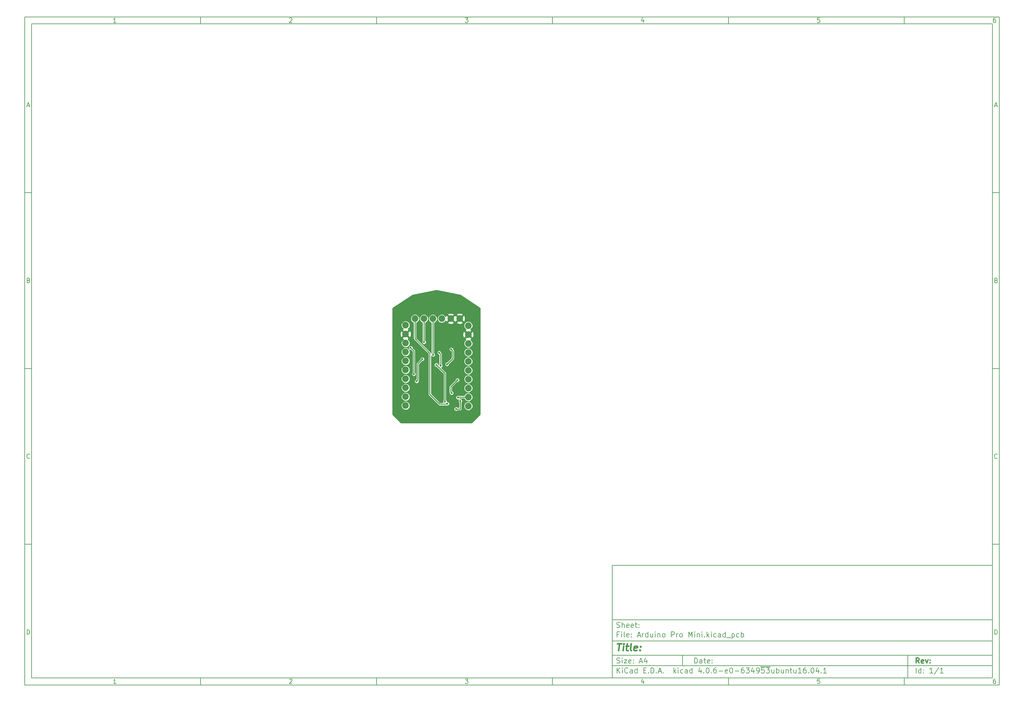
<source format=gbr>
G04 #@! TF.FileFunction,Copper,L2,Bot,Signal*
%FSLAX46Y46*%
G04 Gerber Fmt 4.6, Leading zero omitted, Abs format (unit mm)*
G04 Created by KiCad (PCBNEW 4.0.6-e0-6349~53~ubuntu16.04.1) date Wed Jun 21 16:24:44 2017*
%MOMM*%
%LPD*%
G01*
G04 APERTURE LIST*
%ADD10C,0.100000*%
%ADD11C,0.150000*%
%ADD12C,0.300000*%
%ADD13C,0.400000*%
%ADD14C,1.879600*%
%ADD15C,0.600000*%
%ADD16C,0.250000*%
%ADD17C,0.254000*%
G04 APERTURE END LIST*
D10*
D11*
X177002200Y-166007200D02*
X177002200Y-198007200D01*
X285002200Y-198007200D01*
X285002200Y-166007200D01*
X177002200Y-166007200D01*
D10*
D11*
X10000000Y-10000000D02*
X10000000Y-200007200D01*
X287002200Y-200007200D01*
X287002200Y-10000000D01*
X10000000Y-10000000D01*
D10*
D11*
X12000000Y-12000000D02*
X12000000Y-198007200D01*
X285002200Y-198007200D01*
X285002200Y-12000000D01*
X12000000Y-12000000D01*
D10*
D11*
X60000000Y-12000000D02*
X60000000Y-10000000D01*
D10*
D11*
X110000000Y-12000000D02*
X110000000Y-10000000D01*
D10*
D11*
X160000000Y-12000000D02*
X160000000Y-10000000D01*
D10*
D11*
X210000000Y-12000000D02*
X210000000Y-10000000D01*
D10*
D11*
X260000000Y-12000000D02*
X260000000Y-10000000D01*
D10*
D11*
X35990476Y-11588095D02*
X35247619Y-11588095D01*
X35619048Y-11588095D02*
X35619048Y-10288095D01*
X35495238Y-10473810D01*
X35371429Y-10597619D01*
X35247619Y-10659524D01*
D10*
D11*
X85247619Y-10411905D02*
X85309524Y-10350000D01*
X85433333Y-10288095D01*
X85742857Y-10288095D01*
X85866667Y-10350000D01*
X85928571Y-10411905D01*
X85990476Y-10535714D01*
X85990476Y-10659524D01*
X85928571Y-10845238D01*
X85185714Y-11588095D01*
X85990476Y-11588095D01*
D10*
D11*
X135185714Y-10288095D02*
X135990476Y-10288095D01*
X135557143Y-10783333D01*
X135742857Y-10783333D01*
X135866667Y-10845238D01*
X135928571Y-10907143D01*
X135990476Y-11030952D01*
X135990476Y-11340476D01*
X135928571Y-11464286D01*
X135866667Y-11526190D01*
X135742857Y-11588095D01*
X135371429Y-11588095D01*
X135247619Y-11526190D01*
X135185714Y-11464286D01*
D10*
D11*
X185866667Y-10721429D02*
X185866667Y-11588095D01*
X185557143Y-10226190D02*
X185247619Y-11154762D01*
X186052381Y-11154762D01*
D10*
D11*
X235928571Y-10288095D02*
X235309524Y-10288095D01*
X235247619Y-10907143D01*
X235309524Y-10845238D01*
X235433333Y-10783333D01*
X235742857Y-10783333D01*
X235866667Y-10845238D01*
X235928571Y-10907143D01*
X235990476Y-11030952D01*
X235990476Y-11340476D01*
X235928571Y-11464286D01*
X235866667Y-11526190D01*
X235742857Y-11588095D01*
X235433333Y-11588095D01*
X235309524Y-11526190D01*
X235247619Y-11464286D01*
D10*
D11*
X285866667Y-10288095D02*
X285619048Y-10288095D01*
X285495238Y-10350000D01*
X285433333Y-10411905D01*
X285309524Y-10597619D01*
X285247619Y-10845238D01*
X285247619Y-11340476D01*
X285309524Y-11464286D01*
X285371429Y-11526190D01*
X285495238Y-11588095D01*
X285742857Y-11588095D01*
X285866667Y-11526190D01*
X285928571Y-11464286D01*
X285990476Y-11340476D01*
X285990476Y-11030952D01*
X285928571Y-10907143D01*
X285866667Y-10845238D01*
X285742857Y-10783333D01*
X285495238Y-10783333D01*
X285371429Y-10845238D01*
X285309524Y-10907143D01*
X285247619Y-11030952D01*
D10*
D11*
X60000000Y-198007200D02*
X60000000Y-200007200D01*
D10*
D11*
X110000000Y-198007200D02*
X110000000Y-200007200D01*
D10*
D11*
X160000000Y-198007200D02*
X160000000Y-200007200D01*
D10*
D11*
X210000000Y-198007200D02*
X210000000Y-200007200D01*
D10*
D11*
X260000000Y-198007200D02*
X260000000Y-200007200D01*
D10*
D11*
X35990476Y-199595295D02*
X35247619Y-199595295D01*
X35619048Y-199595295D02*
X35619048Y-198295295D01*
X35495238Y-198481010D01*
X35371429Y-198604819D01*
X35247619Y-198666724D01*
D10*
D11*
X85247619Y-198419105D02*
X85309524Y-198357200D01*
X85433333Y-198295295D01*
X85742857Y-198295295D01*
X85866667Y-198357200D01*
X85928571Y-198419105D01*
X85990476Y-198542914D01*
X85990476Y-198666724D01*
X85928571Y-198852438D01*
X85185714Y-199595295D01*
X85990476Y-199595295D01*
D10*
D11*
X135185714Y-198295295D02*
X135990476Y-198295295D01*
X135557143Y-198790533D01*
X135742857Y-198790533D01*
X135866667Y-198852438D01*
X135928571Y-198914343D01*
X135990476Y-199038152D01*
X135990476Y-199347676D01*
X135928571Y-199471486D01*
X135866667Y-199533390D01*
X135742857Y-199595295D01*
X135371429Y-199595295D01*
X135247619Y-199533390D01*
X135185714Y-199471486D01*
D10*
D11*
X185866667Y-198728629D02*
X185866667Y-199595295D01*
X185557143Y-198233390D02*
X185247619Y-199161962D01*
X186052381Y-199161962D01*
D10*
D11*
X235928571Y-198295295D02*
X235309524Y-198295295D01*
X235247619Y-198914343D01*
X235309524Y-198852438D01*
X235433333Y-198790533D01*
X235742857Y-198790533D01*
X235866667Y-198852438D01*
X235928571Y-198914343D01*
X235990476Y-199038152D01*
X235990476Y-199347676D01*
X235928571Y-199471486D01*
X235866667Y-199533390D01*
X235742857Y-199595295D01*
X235433333Y-199595295D01*
X235309524Y-199533390D01*
X235247619Y-199471486D01*
D10*
D11*
X285866667Y-198295295D02*
X285619048Y-198295295D01*
X285495238Y-198357200D01*
X285433333Y-198419105D01*
X285309524Y-198604819D01*
X285247619Y-198852438D01*
X285247619Y-199347676D01*
X285309524Y-199471486D01*
X285371429Y-199533390D01*
X285495238Y-199595295D01*
X285742857Y-199595295D01*
X285866667Y-199533390D01*
X285928571Y-199471486D01*
X285990476Y-199347676D01*
X285990476Y-199038152D01*
X285928571Y-198914343D01*
X285866667Y-198852438D01*
X285742857Y-198790533D01*
X285495238Y-198790533D01*
X285371429Y-198852438D01*
X285309524Y-198914343D01*
X285247619Y-199038152D01*
D10*
D11*
X10000000Y-60000000D02*
X12000000Y-60000000D01*
D10*
D11*
X10000000Y-110000000D02*
X12000000Y-110000000D01*
D10*
D11*
X10000000Y-160000000D02*
X12000000Y-160000000D01*
D10*
D11*
X10690476Y-35216667D02*
X11309524Y-35216667D01*
X10566667Y-35588095D02*
X11000000Y-34288095D01*
X11433333Y-35588095D01*
D10*
D11*
X11092857Y-84907143D02*
X11278571Y-84969048D01*
X11340476Y-85030952D01*
X11402381Y-85154762D01*
X11402381Y-85340476D01*
X11340476Y-85464286D01*
X11278571Y-85526190D01*
X11154762Y-85588095D01*
X10659524Y-85588095D01*
X10659524Y-84288095D01*
X11092857Y-84288095D01*
X11216667Y-84350000D01*
X11278571Y-84411905D01*
X11340476Y-84535714D01*
X11340476Y-84659524D01*
X11278571Y-84783333D01*
X11216667Y-84845238D01*
X11092857Y-84907143D01*
X10659524Y-84907143D01*
D10*
D11*
X11402381Y-135464286D02*
X11340476Y-135526190D01*
X11154762Y-135588095D01*
X11030952Y-135588095D01*
X10845238Y-135526190D01*
X10721429Y-135402381D01*
X10659524Y-135278571D01*
X10597619Y-135030952D01*
X10597619Y-134845238D01*
X10659524Y-134597619D01*
X10721429Y-134473810D01*
X10845238Y-134350000D01*
X11030952Y-134288095D01*
X11154762Y-134288095D01*
X11340476Y-134350000D01*
X11402381Y-134411905D01*
D10*
D11*
X10659524Y-185588095D02*
X10659524Y-184288095D01*
X10969048Y-184288095D01*
X11154762Y-184350000D01*
X11278571Y-184473810D01*
X11340476Y-184597619D01*
X11402381Y-184845238D01*
X11402381Y-185030952D01*
X11340476Y-185278571D01*
X11278571Y-185402381D01*
X11154762Y-185526190D01*
X10969048Y-185588095D01*
X10659524Y-185588095D01*
D10*
D11*
X287002200Y-60000000D02*
X285002200Y-60000000D01*
D10*
D11*
X287002200Y-110000000D02*
X285002200Y-110000000D01*
D10*
D11*
X287002200Y-160000000D02*
X285002200Y-160000000D01*
D10*
D11*
X285692676Y-35216667D02*
X286311724Y-35216667D01*
X285568867Y-35588095D02*
X286002200Y-34288095D01*
X286435533Y-35588095D01*
D10*
D11*
X286095057Y-84907143D02*
X286280771Y-84969048D01*
X286342676Y-85030952D01*
X286404581Y-85154762D01*
X286404581Y-85340476D01*
X286342676Y-85464286D01*
X286280771Y-85526190D01*
X286156962Y-85588095D01*
X285661724Y-85588095D01*
X285661724Y-84288095D01*
X286095057Y-84288095D01*
X286218867Y-84350000D01*
X286280771Y-84411905D01*
X286342676Y-84535714D01*
X286342676Y-84659524D01*
X286280771Y-84783333D01*
X286218867Y-84845238D01*
X286095057Y-84907143D01*
X285661724Y-84907143D01*
D10*
D11*
X286404581Y-135464286D02*
X286342676Y-135526190D01*
X286156962Y-135588095D01*
X286033152Y-135588095D01*
X285847438Y-135526190D01*
X285723629Y-135402381D01*
X285661724Y-135278571D01*
X285599819Y-135030952D01*
X285599819Y-134845238D01*
X285661724Y-134597619D01*
X285723629Y-134473810D01*
X285847438Y-134350000D01*
X286033152Y-134288095D01*
X286156962Y-134288095D01*
X286342676Y-134350000D01*
X286404581Y-134411905D01*
D10*
D11*
X285661724Y-185588095D02*
X285661724Y-184288095D01*
X285971248Y-184288095D01*
X286156962Y-184350000D01*
X286280771Y-184473810D01*
X286342676Y-184597619D01*
X286404581Y-184845238D01*
X286404581Y-185030952D01*
X286342676Y-185278571D01*
X286280771Y-185402381D01*
X286156962Y-185526190D01*
X285971248Y-185588095D01*
X285661724Y-185588095D01*
D10*
D11*
X200359343Y-193785771D02*
X200359343Y-192285771D01*
X200716486Y-192285771D01*
X200930771Y-192357200D01*
X201073629Y-192500057D01*
X201145057Y-192642914D01*
X201216486Y-192928629D01*
X201216486Y-193142914D01*
X201145057Y-193428629D01*
X201073629Y-193571486D01*
X200930771Y-193714343D01*
X200716486Y-193785771D01*
X200359343Y-193785771D01*
X202502200Y-193785771D02*
X202502200Y-193000057D01*
X202430771Y-192857200D01*
X202287914Y-192785771D01*
X202002200Y-192785771D01*
X201859343Y-192857200D01*
X202502200Y-193714343D02*
X202359343Y-193785771D01*
X202002200Y-193785771D01*
X201859343Y-193714343D01*
X201787914Y-193571486D01*
X201787914Y-193428629D01*
X201859343Y-193285771D01*
X202002200Y-193214343D01*
X202359343Y-193214343D01*
X202502200Y-193142914D01*
X203002200Y-192785771D02*
X203573629Y-192785771D01*
X203216486Y-192285771D02*
X203216486Y-193571486D01*
X203287914Y-193714343D01*
X203430772Y-193785771D01*
X203573629Y-193785771D01*
X204645057Y-193714343D02*
X204502200Y-193785771D01*
X204216486Y-193785771D01*
X204073629Y-193714343D01*
X204002200Y-193571486D01*
X204002200Y-193000057D01*
X204073629Y-192857200D01*
X204216486Y-192785771D01*
X204502200Y-192785771D01*
X204645057Y-192857200D01*
X204716486Y-193000057D01*
X204716486Y-193142914D01*
X204002200Y-193285771D01*
X205359343Y-193642914D02*
X205430771Y-193714343D01*
X205359343Y-193785771D01*
X205287914Y-193714343D01*
X205359343Y-193642914D01*
X205359343Y-193785771D01*
X205359343Y-192857200D02*
X205430771Y-192928629D01*
X205359343Y-193000057D01*
X205287914Y-192928629D01*
X205359343Y-192857200D01*
X205359343Y-193000057D01*
D10*
D11*
X177002200Y-194507200D02*
X285002200Y-194507200D01*
D10*
D11*
X178359343Y-196585771D02*
X178359343Y-195085771D01*
X179216486Y-196585771D02*
X178573629Y-195728629D01*
X179216486Y-195085771D02*
X178359343Y-195942914D01*
X179859343Y-196585771D02*
X179859343Y-195585771D01*
X179859343Y-195085771D02*
X179787914Y-195157200D01*
X179859343Y-195228629D01*
X179930771Y-195157200D01*
X179859343Y-195085771D01*
X179859343Y-195228629D01*
X181430772Y-196442914D02*
X181359343Y-196514343D01*
X181145057Y-196585771D01*
X181002200Y-196585771D01*
X180787915Y-196514343D01*
X180645057Y-196371486D01*
X180573629Y-196228629D01*
X180502200Y-195942914D01*
X180502200Y-195728629D01*
X180573629Y-195442914D01*
X180645057Y-195300057D01*
X180787915Y-195157200D01*
X181002200Y-195085771D01*
X181145057Y-195085771D01*
X181359343Y-195157200D01*
X181430772Y-195228629D01*
X182716486Y-196585771D02*
X182716486Y-195800057D01*
X182645057Y-195657200D01*
X182502200Y-195585771D01*
X182216486Y-195585771D01*
X182073629Y-195657200D01*
X182716486Y-196514343D02*
X182573629Y-196585771D01*
X182216486Y-196585771D01*
X182073629Y-196514343D01*
X182002200Y-196371486D01*
X182002200Y-196228629D01*
X182073629Y-196085771D01*
X182216486Y-196014343D01*
X182573629Y-196014343D01*
X182716486Y-195942914D01*
X184073629Y-196585771D02*
X184073629Y-195085771D01*
X184073629Y-196514343D02*
X183930772Y-196585771D01*
X183645058Y-196585771D01*
X183502200Y-196514343D01*
X183430772Y-196442914D01*
X183359343Y-196300057D01*
X183359343Y-195871486D01*
X183430772Y-195728629D01*
X183502200Y-195657200D01*
X183645058Y-195585771D01*
X183930772Y-195585771D01*
X184073629Y-195657200D01*
X185930772Y-195800057D02*
X186430772Y-195800057D01*
X186645058Y-196585771D02*
X185930772Y-196585771D01*
X185930772Y-195085771D01*
X186645058Y-195085771D01*
X187287915Y-196442914D02*
X187359343Y-196514343D01*
X187287915Y-196585771D01*
X187216486Y-196514343D01*
X187287915Y-196442914D01*
X187287915Y-196585771D01*
X188002201Y-196585771D02*
X188002201Y-195085771D01*
X188359344Y-195085771D01*
X188573629Y-195157200D01*
X188716487Y-195300057D01*
X188787915Y-195442914D01*
X188859344Y-195728629D01*
X188859344Y-195942914D01*
X188787915Y-196228629D01*
X188716487Y-196371486D01*
X188573629Y-196514343D01*
X188359344Y-196585771D01*
X188002201Y-196585771D01*
X189502201Y-196442914D02*
X189573629Y-196514343D01*
X189502201Y-196585771D01*
X189430772Y-196514343D01*
X189502201Y-196442914D01*
X189502201Y-196585771D01*
X190145058Y-196157200D02*
X190859344Y-196157200D01*
X190002201Y-196585771D02*
X190502201Y-195085771D01*
X191002201Y-196585771D01*
X191502201Y-196442914D02*
X191573629Y-196514343D01*
X191502201Y-196585771D01*
X191430772Y-196514343D01*
X191502201Y-196442914D01*
X191502201Y-196585771D01*
X194502201Y-196585771D02*
X194502201Y-195085771D01*
X194645058Y-196014343D02*
X195073629Y-196585771D01*
X195073629Y-195585771D02*
X194502201Y-196157200D01*
X195716487Y-196585771D02*
X195716487Y-195585771D01*
X195716487Y-195085771D02*
X195645058Y-195157200D01*
X195716487Y-195228629D01*
X195787915Y-195157200D01*
X195716487Y-195085771D01*
X195716487Y-195228629D01*
X197073630Y-196514343D02*
X196930773Y-196585771D01*
X196645059Y-196585771D01*
X196502201Y-196514343D01*
X196430773Y-196442914D01*
X196359344Y-196300057D01*
X196359344Y-195871486D01*
X196430773Y-195728629D01*
X196502201Y-195657200D01*
X196645059Y-195585771D01*
X196930773Y-195585771D01*
X197073630Y-195657200D01*
X198359344Y-196585771D02*
X198359344Y-195800057D01*
X198287915Y-195657200D01*
X198145058Y-195585771D01*
X197859344Y-195585771D01*
X197716487Y-195657200D01*
X198359344Y-196514343D02*
X198216487Y-196585771D01*
X197859344Y-196585771D01*
X197716487Y-196514343D01*
X197645058Y-196371486D01*
X197645058Y-196228629D01*
X197716487Y-196085771D01*
X197859344Y-196014343D01*
X198216487Y-196014343D01*
X198359344Y-195942914D01*
X199716487Y-196585771D02*
X199716487Y-195085771D01*
X199716487Y-196514343D02*
X199573630Y-196585771D01*
X199287916Y-196585771D01*
X199145058Y-196514343D01*
X199073630Y-196442914D01*
X199002201Y-196300057D01*
X199002201Y-195871486D01*
X199073630Y-195728629D01*
X199145058Y-195657200D01*
X199287916Y-195585771D01*
X199573630Y-195585771D01*
X199716487Y-195657200D01*
X202216487Y-195585771D02*
X202216487Y-196585771D01*
X201859344Y-195014343D02*
X201502201Y-196085771D01*
X202430773Y-196085771D01*
X203002201Y-196442914D02*
X203073629Y-196514343D01*
X203002201Y-196585771D01*
X202930772Y-196514343D01*
X203002201Y-196442914D01*
X203002201Y-196585771D01*
X204002201Y-195085771D02*
X204145058Y-195085771D01*
X204287915Y-195157200D01*
X204359344Y-195228629D01*
X204430773Y-195371486D01*
X204502201Y-195657200D01*
X204502201Y-196014343D01*
X204430773Y-196300057D01*
X204359344Y-196442914D01*
X204287915Y-196514343D01*
X204145058Y-196585771D01*
X204002201Y-196585771D01*
X203859344Y-196514343D01*
X203787915Y-196442914D01*
X203716487Y-196300057D01*
X203645058Y-196014343D01*
X203645058Y-195657200D01*
X203716487Y-195371486D01*
X203787915Y-195228629D01*
X203859344Y-195157200D01*
X204002201Y-195085771D01*
X205145058Y-196442914D02*
X205216486Y-196514343D01*
X205145058Y-196585771D01*
X205073629Y-196514343D01*
X205145058Y-196442914D01*
X205145058Y-196585771D01*
X206502201Y-195085771D02*
X206216487Y-195085771D01*
X206073630Y-195157200D01*
X206002201Y-195228629D01*
X205859344Y-195442914D01*
X205787915Y-195728629D01*
X205787915Y-196300057D01*
X205859344Y-196442914D01*
X205930772Y-196514343D01*
X206073630Y-196585771D01*
X206359344Y-196585771D01*
X206502201Y-196514343D01*
X206573630Y-196442914D01*
X206645058Y-196300057D01*
X206645058Y-195942914D01*
X206573630Y-195800057D01*
X206502201Y-195728629D01*
X206359344Y-195657200D01*
X206073630Y-195657200D01*
X205930772Y-195728629D01*
X205859344Y-195800057D01*
X205787915Y-195942914D01*
X207287915Y-196014343D02*
X208430772Y-196014343D01*
X209716486Y-196514343D02*
X209573629Y-196585771D01*
X209287915Y-196585771D01*
X209145058Y-196514343D01*
X209073629Y-196371486D01*
X209073629Y-195800057D01*
X209145058Y-195657200D01*
X209287915Y-195585771D01*
X209573629Y-195585771D01*
X209716486Y-195657200D01*
X209787915Y-195800057D01*
X209787915Y-195942914D01*
X209073629Y-196085771D01*
X210716486Y-195085771D02*
X210859343Y-195085771D01*
X211002200Y-195157200D01*
X211073629Y-195228629D01*
X211145058Y-195371486D01*
X211216486Y-195657200D01*
X211216486Y-196014343D01*
X211145058Y-196300057D01*
X211073629Y-196442914D01*
X211002200Y-196514343D01*
X210859343Y-196585771D01*
X210716486Y-196585771D01*
X210573629Y-196514343D01*
X210502200Y-196442914D01*
X210430772Y-196300057D01*
X210359343Y-196014343D01*
X210359343Y-195657200D01*
X210430772Y-195371486D01*
X210502200Y-195228629D01*
X210573629Y-195157200D01*
X210716486Y-195085771D01*
X211859343Y-196014343D02*
X213002200Y-196014343D01*
X214359343Y-195085771D02*
X214073629Y-195085771D01*
X213930772Y-195157200D01*
X213859343Y-195228629D01*
X213716486Y-195442914D01*
X213645057Y-195728629D01*
X213645057Y-196300057D01*
X213716486Y-196442914D01*
X213787914Y-196514343D01*
X213930772Y-196585771D01*
X214216486Y-196585771D01*
X214359343Y-196514343D01*
X214430772Y-196442914D01*
X214502200Y-196300057D01*
X214502200Y-195942914D01*
X214430772Y-195800057D01*
X214359343Y-195728629D01*
X214216486Y-195657200D01*
X213930772Y-195657200D01*
X213787914Y-195728629D01*
X213716486Y-195800057D01*
X213645057Y-195942914D01*
X215002200Y-195085771D02*
X215930771Y-195085771D01*
X215430771Y-195657200D01*
X215645057Y-195657200D01*
X215787914Y-195728629D01*
X215859343Y-195800057D01*
X215930771Y-195942914D01*
X215930771Y-196300057D01*
X215859343Y-196442914D01*
X215787914Y-196514343D01*
X215645057Y-196585771D01*
X215216485Y-196585771D01*
X215073628Y-196514343D01*
X215002200Y-196442914D01*
X217216485Y-195585771D02*
X217216485Y-196585771D01*
X216859342Y-195014343D02*
X216502199Y-196085771D01*
X217430771Y-196085771D01*
X218073627Y-196585771D02*
X218359342Y-196585771D01*
X218502199Y-196514343D01*
X218573627Y-196442914D01*
X218716485Y-196228629D01*
X218787913Y-195942914D01*
X218787913Y-195371486D01*
X218716485Y-195228629D01*
X218645056Y-195157200D01*
X218502199Y-195085771D01*
X218216485Y-195085771D01*
X218073627Y-195157200D01*
X218002199Y-195228629D01*
X217930770Y-195371486D01*
X217930770Y-195728629D01*
X218002199Y-195871486D01*
X218073627Y-195942914D01*
X218216485Y-196014343D01*
X218502199Y-196014343D01*
X218645056Y-195942914D01*
X218716485Y-195871486D01*
X218787913Y-195728629D01*
X220145056Y-195085771D02*
X219430770Y-195085771D01*
X219359341Y-195800057D01*
X219430770Y-195728629D01*
X219573627Y-195657200D01*
X219930770Y-195657200D01*
X220073627Y-195728629D01*
X220145056Y-195800057D01*
X220216484Y-195942914D01*
X220216484Y-196300057D01*
X220145056Y-196442914D01*
X220073627Y-196514343D01*
X219930770Y-196585771D01*
X219573627Y-196585771D01*
X219430770Y-196514343D01*
X219359341Y-196442914D01*
X220716484Y-195085771D02*
X221645055Y-195085771D01*
X221145055Y-195657200D01*
X221359341Y-195657200D01*
X221502198Y-195728629D01*
X221573627Y-195800057D01*
X221645055Y-195942914D01*
X221645055Y-196300057D01*
X221573627Y-196442914D01*
X221502198Y-196514343D01*
X221359341Y-196585771D01*
X220930769Y-196585771D01*
X220787912Y-196514343D01*
X220716484Y-196442914D01*
X219073627Y-194827200D02*
X221930769Y-194827200D01*
X222930769Y-195585771D02*
X222930769Y-196585771D01*
X222287912Y-195585771D02*
X222287912Y-196371486D01*
X222359340Y-196514343D01*
X222502198Y-196585771D01*
X222716483Y-196585771D01*
X222859340Y-196514343D01*
X222930769Y-196442914D01*
X223645055Y-196585771D02*
X223645055Y-195085771D01*
X223645055Y-195657200D02*
X223787912Y-195585771D01*
X224073626Y-195585771D01*
X224216483Y-195657200D01*
X224287912Y-195728629D01*
X224359341Y-195871486D01*
X224359341Y-196300057D01*
X224287912Y-196442914D01*
X224216483Y-196514343D01*
X224073626Y-196585771D01*
X223787912Y-196585771D01*
X223645055Y-196514343D01*
X225645055Y-195585771D02*
X225645055Y-196585771D01*
X225002198Y-195585771D02*
X225002198Y-196371486D01*
X225073626Y-196514343D01*
X225216484Y-196585771D01*
X225430769Y-196585771D01*
X225573626Y-196514343D01*
X225645055Y-196442914D01*
X226359341Y-195585771D02*
X226359341Y-196585771D01*
X226359341Y-195728629D02*
X226430769Y-195657200D01*
X226573627Y-195585771D01*
X226787912Y-195585771D01*
X226930769Y-195657200D01*
X227002198Y-195800057D01*
X227002198Y-196585771D01*
X227502198Y-195585771D02*
X228073627Y-195585771D01*
X227716484Y-195085771D02*
X227716484Y-196371486D01*
X227787912Y-196514343D01*
X227930770Y-196585771D01*
X228073627Y-196585771D01*
X229216484Y-195585771D02*
X229216484Y-196585771D01*
X228573627Y-195585771D02*
X228573627Y-196371486D01*
X228645055Y-196514343D01*
X228787913Y-196585771D01*
X229002198Y-196585771D01*
X229145055Y-196514343D01*
X229216484Y-196442914D01*
X230716484Y-196585771D02*
X229859341Y-196585771D01*
X230287913Y-196585771D02*
X230287913Y-195085771D01*
X230145056Y-195300057D01*
X230002198Y-195442914D01*
X229859341Y-195514343D01*
X232002198Y-195085771D02*
X231716484Y-195085771D01*
X231573627Y-195157200D01*
X231502198Y-195228629D01*
X231359341Y-195442914D01*
X231287912Y-195728629D01*
X231287912Y-196300057D01*
X231359341Y-196442914D01*
X231430769Y-196514343D01*
X231573627Y-196585771D01*
X231859341Y-196585771D01*
X232002198Y-196514343D01*
X232073627Y-196442914D01*
X232145055Y-196300057D01*
X232145055Y-195942914D01*
X232073627Y-195800057D01*
X232002198Y-195728629D01*
X231859341Y-195657200D01*
X231573627Y-195657200D01*
X231430769Y-195728629D01*
X231359341Y-195800057D01*
X231287912Y-195942914D01*
X232787912Y-196442914D02*
X232859340Y-196514343D01*
X232787912Y-196585771D01*
X232716483Y-196514343D01*
X232787912Y-196442914D01*
X232787912Y-196585771D01*
X233787912Y-195085771D02*
X233930769Y-195085771D01*
X234073626Y-195157200D01*
X234145055Y-195228629D01*
X234216484Y-195371486D01*
X234287912Y-195657200D01*
X234287912Y-196014343D01*
X234216484Y-196300057D01*
X234145055Y-196442914D01*
X234073626Y-196514343D01*
X233930769Y-196585771D01*
X233787912Y-196585771D01*
X233645055Y-196514343D01*
X233573626Y-196442914D01*
X233502198Y-196300057D01*
X233430769Y-196014343D01*
X233430769Y-195657200D01*
X233502198Y-195371486D01*
X233573626Y-195228629D01*
X233645055Y-195157200D01*
X233787912Y-195085771D01*
X235573626Y-195585771D02*
X235573626Y-196585771D01*
X235216483Y-195014343D02*
X234859340Y-196085771D01*
X235787912Y-196085771D01*
X236359340Y-196442914D02*
X236430768Y-196514343D01*
X236359340Y-196585771D01*
X236287911Y-196514343D01*
X236359340Y-196442914D01*
X236359340Y-196585771D01*
X237859340Y-196585771D02*
X237002197Y-196585771D01*
X237430769Y-196585771D02*
X237430769Y-195085771D01*
X237287912Y-195300057D01*
X237145054Y-195442914D01*
X237002197Y-195514343D01*
D10*
D11*
X177002200Y-191507200D02*
X285002200Y-191507200D01*
D10*
D12*
X264216486Y-193785771D02*
X263716486Y-193071486D01*
X263359343Y-193785771D02*
X263359343Y-192285771D01*
X263930771Y-192285771D01*
X264073629Y-192357200D01*
X264145057Y-192428629D01*
X264216486Y-192571486D01*
X264216486Y-192785771D01*
X264145057Y-192928629D01*
X264073629Y-193000057D01*
X263930771Y-193071486D01*
X263359343Y-193071486D01*
X265430771Y-193714343D02*
X265287914Y-193785771D01*
X265002200Y-193785771D01*
X264859343Y-193714343D01*
X264787914Y-193571486D01*
X264787914Y-193000057D01*
X264859343Y-192857200D01*
X265002200Y-192785771D01*
X265287914Y-192785771D01*
X265430771Y-192857200D01*
X265502200Y-193000057D01*
X265502200Y-193142914D01*
X264787914Y-193285771D01*
X266002200Y-192785771D02*
X266359343Y-193785771D01*
X266716485Y-192785771D01*
X267287914Y-193642914D02*
X267359342Y-193714343D01*
X267287914Y-193785771D01*
X267216485Y-193714343D01*
X267287914Y-193642914D01*
X267287914Y-193785771D01*
X267287914Y-192857200D02*
X267359342Y-192928629D01*
X267287914Y-193000057D01*
X267216485Y-192928629D01*
X267287914Y-192857200D01*
X267287914Y-193000057D01*
D10*
D11*
X178287914Y-193714343D02*
X178502200Y-193785771D01*
X178859343Y-193785771D01*
X179002200Y-193714343D01*
X179073629Y-193642914D01*
X179145057Y-193500057D01*
X179145057Y-193357200D01*
X179073629Y-193214343D01*
X179002200Y-193142914D01*
X178859343Y-193071486D01*
X178573629Y-193000057D01*
X178430771Y-192928629D01*
X178359343Y-192857200D01*
X178287914Y-192714343D01*
X178287914Y-192571486D01*
X178359343Y-192428629D01*
X178430771Y-192357200D01*
X178573629Y-192285771D01*
X178930771Y-192285771D01*
X179145057Y-192357200D01*
X179787914Y-193785771D02*
X179787914Y-192785771D01*
X179787914Y-192285771D02*
X179716485Y-192357200D01*
X179787914Y-192428629D01*
X179859342Y-192357200D01*
X179787914Y-192285771D01*
X179787914Y-192428629D01*
X180359343Y-192785771D02*
X181145057Y-192785771D01*
X180359343Y-193785771D01*
X181145057Y-193785771D01*
X182287914Y-193714343D02*
X182145057Y-193785771D01*
X181859343Y-193785771D01*
X181716486Y-193714343D01*
X181645057Y-193571486D01*
X181645057Y-193000057D01*
X181716486Y-192857200D01*
X181859343Y-192785771D01*
X182145057Y-192785771D01*
X182287914Y-192857200D01*
X182359343Y-193000057D01*
X182359343Y-193142914D01*
X181645057Y-193285771D01*
X183002200Y-193642914D02*
X183073628Y-193714343D01*
X183002200Y-193785771D01*
X182930771Y-193714343D01*
X183002200Y-193642914D01*
X183002200Y-193785771D01*
X183002200Y-192857200D02*
X183073628Y-192928629D01*
X183002200Y-193000057D01*
X182930771Y-192928629D01*
X183002200Y-192857200D01*
X183002200Y-193000057D01*
X184787914Y-193357200D02*
X185502200Y-193357200D01*
X184645057Y-193785771D02*
X185145057Y-192285771D01*
X185645057Y-193785771D01*
X186787914Y-192785771D02*
X186787914Y-193785771D01*
X186430771Y-192214343D02*
X186073628Y-193285771D01*
X187002200Y-193285771D01*
D10*
D11*
X263359343Y-196585771D02*
X263359343Y-195085771D01*
X264716486Y-196585771D02*
X264716486Y-195085771D01*
X264716486Y-196514343D02*
X264573629Y-196585771D01*
X264287915Y-196585771D01*
X264145057Y-196514343D01*
X264073629Y-196442914D01*
X264002200Y-196300057D01*
X264002200Y-195871486D01*
X264073629Y-195728629D01*
X264145057Y-195657200D01*
X264287915Y-195585771D01*
X264573629Y-195585771D01*
X264716486Y-195657200D01*
X265430772Y-196442914D02*
X265502200Y-196514343D01*
X265430772Y-196585771D01*
X265359343Y-196514343D01*
X265430772Y-196442914D01*
X265430772Y-196585771D01*
X265430772Y-195657200D02*
X265502200Y-195728629D01*
X265430772Y-195800057D01*
X265359343Y-195728629D01*
X265430772Y-195657200D01*
X265430772Y-195800057D01*
X268073629Y-196585771D02*
X267216486Y-196585771D01*
X267645058Y-196585771D02*
X267645058Y-195085771D01*
X267502201Y-195300057D01*
X267359343Y-195442914D01*
X267216486Y-195514343D01*
X269787914Y-195014343D02*
X268502200Y-196942914D01*
X271073629Y-196585771D02*
X270216486Y-196585771D01*
X270645058Y-196585771D02*
X270645058Y-195085771D01*
X270502201Y-195300057D01*
X270359343Y-195442914D01*
X270216486Y-195514343D01*
D10*
D11*
X177002200Y-187507200D02*
X285002200Y-187507200D01*
D10*
D13*
X178454581Y-188211962D02*
X179597438Y-188211962D01*
X178776010Y-190211962D02*
X179026010Y-188211962D01*
X180014105Y-190211962D02*
X180180771Y-188878629D01*
X180264105Y-188211962D02*
X180156962Y-188307200D01*
X180240295Y-188402438D01*
X180347439Y-188307200D01*
X180264105Y-188211962D01*
X180240295Y-188402438D01*
X180847438Y-188878629D02*
X181609343Y-188878629D01*
X181216486Y-188211962D02*
X181002200Y-189926248D01*
X181073630Y-190116724D01*
X181252201Y-190211962D01*
X181442677Y-190211962D01*
X182395058Y-190211962D02*
X182216487Y-190116724D01*
X182145057Y-189926248D01*
X182359343Y-188211962D01*
X183930772Y-190116724D02*
X183728391Y-190211962D01*
X183347439Y-190211962D01*
X183168867Y-190116724D01*
X183097438Y-189926248D01*
X183192676Y-189164343D01*
X183311724Y-188973867D01*
X183514105Y-188878629D01*
X183895057Y-188878629D01*
X184073629Y-188973867D01*
X184145057Y-189164343D01*
X184121248Y-189354819D01*
X183145057Y-189545295D01*
X184895057Y-190021486D02*
X184978392Y-190116724D01*
X184871248Y-190211962D01*
X184787915Y-190116724D01*
X184895057Y-190021486D01*
X184871248Y-190211962D01*
X185026010Y-188973867D02*
X185109344Y-189069105D01*
X185002200Y-189164343D01*
X184918867Y-189069105D01*
X185026010Y-188973867D01*
X185002200Y-189164343D01*
D10*
D11*
X178859343Y-185600057D02*
X178359343Y-185600057D01*
X178359343Y-186385771D02*
X178359343Y-184885771D01*
X179073629Y-184885771D01*
X179645057Y-186385771D02*
X179645057Y-185385771D01*
X179645057Y-184885771D02*
X179573628Y-184957200D01*
X179645057Y-185028629D01*
X179716485Y-184957200D01*
X179645057Y-184885771D01*
X179645057Y-185028629D01*
X180573629Y-186385771D02*
X180430771Y-186314343D01*
X180359343Y-186171486D01*
X180359343Y-184885771D01*
X181716485Y-186314343D02*
X181573628Y-186385771D01*
X181287914Y-186385771D01*
X181145057Y-186314343D01*
X181073628Y-186171486D01*
X181073628Y-185600057D01*
X181145057Y-185457200D01*
X181287914Y-185385771D01*
X181573628Y-185385771D01*
X181716485Y-185457200D01*
X181787914Y-185600057D01*
X181787914Y-185742914D01*
X181073628Y-185885771D01*
X182430771Y-186242914D02*
X182502199Y-186314343D01*
X182430771Y-186385771D01*
X182359342Y-186314343D01*
X182430771Y-186242914D01*
X182430771Y-186385771D01*
X182430771Y-185457200D02*
X182502199Y-185528629D01*
X182430771Y-185600057D01*
X182359342Y-185528629D01*
X182430771Y-185457200D01*
X182430771Y-185600057D01*
X184216485Y-185957200D02*
X184930771Y-185957200D01*
X184073628Y-186385771D02*
X184573628Y-184885771D01*
X185073628Y-186385771D01*
X185573628Y-186385771D02*
X185573628Y-185385771D01*
X185573628Y-185671486D02*
X185645056Y-185528629D01*
X185716485Y-185457200D01*
X185859342Y-185385771D01*
X186002199Y-185385771D01*
X187145056Y-186385771D02*
X187145056Y-184885771D01*
X187145056Y-186314343D02*
X187002199Y-186385771D01*
X186716485Y-186385771D01*
X186573627Y-186314343D01*
X186502199Y-186242914D01*
X186430770Y-186100057D01*
X186430770Y-185671486D01*
X186502199Y-185528629D01*
X186573627Y-185457200D01*
X186716485Y-185385771D01*
X187002199Y-185385771D01*
X187145056Y-185457200D01*
X188502199Y-185385771D02*
X188502199Y-186385771D01*
X187859342Y-185385771D02*
X187859342Y-186171486D01*
X187930770Y-186314343D01*
X188073628Y-186385771D01*
X188287913Y-186385771D01*
X188430770Y-186314343D01*
X188502199Y-186242914D01*
X189216485Y-186385771D02*
X189216485Y-185385771D01*
X189216485Y-184885771D02*
X189145056Y-184957200D01*
X189216485Y-185028629D01*
X189287913Y-184957200D01*
X189216485Y-184885771D01*
X189216485Y-185028629D01*
X189930771Y-185385771D02*
X189930771Y-186385771D01*
X189930771Y-185528629D02*
X190002199Y-185457200D01*
X190145057Y-185385771D01*
X190359342Y-185385771D01*
X190502199Y-185457200D01*
X190573628Y-185600057D01*
X190573628Y-186385771D01*
X191502200Y-186385771D02*
X191359342Y-186314343D01*
X191287914Y-186242914D01*
X191216485Y-186100057D01*
X191216485Y-185671486D01*
X191287914Y-185528629D01*
X191359342Y-185457200D01*
X191502200Y-185385771D01*
X191716485Y-185385771D01*
X191859342Y-185457200D01*
X191930771Y-185528629D01*
X192002200Y-185671486D01*
X192002200Y-186100057D01*
X191930771Y-186242914D01*
X191859342Y-186314343D01*
X191716485Y-186385771D01*
X191502200Y-186385771D01*
X193787914Y-186385771D02*
X193787914Y-184885771D01*
X194359342Y-184885771D01*
X194502200Y-184957200D01*
X194573628Y-185028629D01*
X194645057Y-185171486D01*
X194645057Y-185385771D01*
X194573628Y-185528629D01*
X194502200Y-185600057D01*
X194359342Y-185671486D01*
X193787914Y-185671486D01*
X195287914Y-186385771D02*
X195287914Y-185385771D01*
X195287914Y-185671486D02*
X195359342Y-185528629D01*
X195430771Y-185457200D01*
X195573628Y-185385771D01*
X195716485Y-185385771D01*
X196430771Y-186385771D02*
X196287913Y-186314343D01*
X196216485Y-186242914D01*
X196145056Y-186100057D01*
X196145056Y-185671486D01*
X196216485Y-185528629D01*
X196287913Y-185457200D01*
X196430771Y-185385771D01*
X196645056Y-185385771D01*
X196787913Y-185457200D01*
X196859342Y-185528629D01*
X196930771Y-185671486D01*
X196930771Y-186100057D01*
X196859342Y-186242914D01*
X196787913Y-186314343D01*
X196645056Y-186385771D01*
X196430771Y-186385771D01*
X198716485Y-186385771D02*
X198716485Y-184885771D01*
X199216485Y-185957200D01*
X199716485Y-184885771D01*
X199716485Y-186385771D01*
X200430771Y-186385771D02*
X200430771Y-185385771D01*
X200430771Y-184885771D02*
X200359342Y-184957200D01*
X200430771Y-185028629D01*
X200502199Y-184957200D01*
X200430771Y-184885771D01*
X200430771Y-185028629D01*
X201145057Y-185385771D02*
X201145057Y-186385771D01*
X201145057Y-185528629D02*
X201216485Y-185457200D01*
X201359343Y-185385771D01*
X201573628Y-185385771D01*
X201716485Y-185457200D01*
X201787914Y-185600057D01*
X201787914Y-186385771D01*
X202502200Y-186385771D02*
X202502200Y-185385771D01*
X202502200Y-184885771D02*
X202430771Y-184957200D01*
X202502200Y-185028629D01*
X202573628Y-184957200D01*
X202502200Y-184885771D01*
X202502200Y-185028629D01*
X203216486Y-186242914D02*
X203287914Y-186314343D01*
X203216486Y-186385771D01*
X203145057Y-186314343D01*
X203216486Y-186242914D01*
X203216486Y-186385771D01*
X203930772Y-186385771D02*
X203930772Y-184885771D01*
X204073629Y-185814343D02*
X204502200Y-186385771D01*
X204502200Y-185385771D02*
X203930772Y-185957200D01*
X205145058Y-186385771D02*
X205145058Y-185385771D01*
X205145058Y-184885771D02*
X205073629Y-184957200D01*
X205145058Y-185028629D01*
X205216486Y-184957200D01*
X205145058Y-184885771D01*
X205145058Y-185028629D01*
X206502201Y-186314343D02*
X206359344Y-186385771D01*
X206073630Y-186385771D01*
X205930772Y-186314343D01*
X205859344Y-186242914D01*
X205787915Y-186100057D01*
X205787915Y-185671486D01*
X205859344Y-185528629D01*
X205930772Y-185457200D01*
X206073630Y-185385771D01*
X206359344Y-185385771D01*
X206502201Y-185457200D01*
X207787915Y-186385771D02*
X207787915Y-185600057D01*
X207716486Y-185457200D01*
X207573629Y-185385771D01*
X207287915Y-185385771D01*
X207145058Y-185457200D01*
X207787915Y-186314343D02*
X207645058Y-186385771D01*
X207287915Y-186385771D01*
X207145058Y-186314343D01*
X207073629Y-186171486D01*
X207073629Y-186028629D01*
X207145058Y-185885771D01*
X207287915Y-185814343D01*
X207645058Y-185814343D01*
X207787915Y-185742914D01*
X209145058Y-186385771D02*
X209145058Y-184885771D01*
X209145058Y-186314343D02*
X209002201Y-186385771D01*
X208716487Y-186385771D01*
X208573629Y-186314343D01*
X208502201Y-186242914D01*
X208430772Y-186100057D01*
X208430772Y-185671486D01*
X208502201Y-185528629D01*
X208573629Y-185457200D01*
X208716487Y-185385771D01*
X209002201Y-185385771D01*
X209145058Y-185457200D01*
X209502201Y-186528629D02*
X210645058Y-186528629D01*
X211002201Y-185385771D02*
X211002201Y-186885771D01*
X211002201Y-185457200D02*
X211145058Y-185385771D01*
X211430772Y-185385771D01*
X211573629Y-185457200D01*
X211645058Y-185528629D01*
X211716487Y-185671486D01*
X211716487Y-186100057D01*
X211645058Y-186242914D01*
X211573629Y-186314343D01*
X211430772Y-186385771D01*
X211145058Y-186385771D01*
X211002201Y-186314343D01*
X213002201Y-186314343D02*
X212859344Y-186385771D01*
X212573630Y-186385771D01*
X212430772Y-186314343D01*
X212359344Y-186242914D01*
X212287915Y-186100057D01*
X212287915Y-185671486D01*
X212359344Y-185528629D01*
X212430772Y-185457200D01*
X212573630Y-185385771D01*
X212859344Y-185385771D01*
X213002201Y-185457200D01*
X213645058Y-186385771D02*
X213645058Y-184885771D01*
X213645058Y-185457200D02*
X213787915Y-185385771D01*
X214073629Y-185385771D01*
X214216486Y-185457200D01*
X214287915Y-185528629D01*
X214359344Y-185671486D01*
X214359344Y-186100057D01*
X214287915Y-186242914D01*
X214216486Y-186314343D01*
X214073629Y-186385771D01*
X213787915Y-186385771D01*
X213645058Y-186314343D01*
D10*
D11*
X177002200Y-181507200D02*
X285002200Y-181507200D01*
D10*
D11*
X178287914Y-183614343D02*
X178502200Y-183685771D01*
X178859343Y-183685771D01*
X179002200Y-183614343D01*
X179073629Y-183542914D01*
X179145057Y-183400057D01*
X179145057Y-183257200D01*
X179073629Y-183114343D01*
X179002200Y-183042914D01*
X178859343Y-182971486D01*
X178573629Y-182900057D01*
X178430771Y-182828629D01*
X178359343Y-182757200D01*
X178287914Y-182614343D01*
X178287914Y-182471486D01*
X178359343Y-182328629D01*
X178430771Y-182257200D01*
X178573629Y-182185771D01*
X178930771Y-182185771D01*
X179145057Y-182257200D01*
X179787914Y-183685771D02*
X179787914Y-182185771D01*
X180430771Y-183685771D02*
X180430771Y-182900057D01*
X180359342Y-182757200D01*
X180216485Y-182685771D01*
X180002200Y-182685771D01*
X179859342Y-182757200D01*
X179787914Y-182828629D01*
X181716485Y-183614343D02*
X181573628Y-183685771D01*
X181287914Y-183685771D01*
X181145057Y-183614343D01*
X181073628Y-183471486D01*
X181073628Y-182900057D01*
X181145057Y-182757200D01*
X181287914Y-182685771D01*
X181573628Y-182685771D01*
X181716485Y-182757200D01*
X181787914Y-182900057D01*
X181787914Y-183042914D01*
X181073628Y-183185771D01*
X183002199Y-183614343D02*
X182859342Y-183685771D01*
X182573628Y-183685771D01*
X182430771Y-183614343D01*
X182359342Y-183471486D01*
X182359342Y-182900057D01*
X182430771Y-182757200D01*
X182573628Y-182685771D01*
X182859342Y-182685771D01*
X183002199Y-182757200D01*
X183073628Y-182900057D01*
X183073628Y-183042914D01*
X182359342Y-183185771D01*
X183502199Y-182685771D02*
X184073628Y-182685771D01*
X183716485Y-182185771D02*
X183716485Y-183471486D01*
X183787913Y-183614343D01*
X183930771Y-183685771D01*
X184073628Y-183685771D01*
X184573628Y-183542914D02*
X184645056Y-183614343D01*
X184573628Y-183685771D01*
X184502199Y-183614343D01*
X184573628Y-183542914D01*
X184573628Y-183685771D01*
X184573628Y-182757200D02*
X184645056Y-182828629D01*
X184573628Y-182900057D01*
X184502199Y-182828629D01*
X184573628Y-182757200D01*
X184573628Y-182900057D01*
D10*
D11*
X197002200Y-191507200D02*
X197002200Y-194507200D01*
D10*
D11*
X261002200Y-191507200D02*
X261002200Y-198007200D01*
D14*
X118260000Y-97680000D03*
X118260000Y-100220000D03*
X118260000Y-102760000D03*
X118260000Y-105300000D03*
X118260000Y-107840000D03*
X118260000Y-110380000D03*
X118260000Y-112920000D03*
X118260000Y-115460000D03*
X118260000Y-118000000D03*
X118260000Y-120540000D03*
X136060000Y-97780000D03*
X136060000Y-100320000D03*
X136060000Y-102860000D03*
X136060000Y-105400000D03*
X136060000Y-107940000D03*
X136060000Y-110480000D03*
X136060000Y-113020000D03*
X136060000Y-115560000D03*
X136060000Y-118100000D03*
X136060000Y-120640000D03*
X120910000Y-95810000D03*
X123450000Y-95810000D03*
X125990000Y-95810000D03*
X128530000Y-95810000D03*
X131070000Y-95810000D03*
X133610000Y-95810000D03*
D15*
X122600000Y-101900000D03*
X121600000Y-100000000D03*
X124400000Y-110200000D03*
X122400000Y-105300000D03*
X128200000Y-109200000D03*
X127800000Y-105500000D03*
X131318000Y-116967000D03*
X132969000Y-113284000D03*
X132600000Y-121500000D03*
X129413000Y-119380000D03*
X127000000Y-108966000D03*
X133800000Y-119200000D03*
X130100000Y-120000000D03*
X133096000Y-118237000D03*
X123500000Y-102500000D03*
X126100000Y-106100000D03*
X131200000Y-104500000D03*
X130000000Y-108800000D03*
X120600000Y-111600000D03*
X119700000Y-104100000D03*
X123000000Y-107300000D03*
X121400000Y-113600000D03*
D16*
X122600000Y-101000000D02*
X122600000Y-101900000D01*
X121600000Y-100000000D02*
X122600000Y-101000000D01*
X124600000Y-110000000D02*
X124400000Y-110200000D01*
X124600000Y-107500000D02*
X124600000Y-110000000D01*
X122400000Y-105300000D02*
X124600000Y-107500000D01*
X128200000Y-105900000D02*
X128200000Y-109200000D01*
X127800000Y-105500000D02*
X128200000Y-105900000D01*
X131064000Y-116713000D02*
X131318000Y-116967000D01*
X131064000Y-115189000D02*
X131064000Y-116713000D01*
X132969000Y-113284000D02*
X131064000Y-115189000D01*
X133800000Y-121500000D02*
X132600000Y-121500000D01*
X129413000Y-111379000D02*
X129413000Y-119380000D01*
X127000000Y-108966000D02*
X129413000Y-111379000D01*
X133800000Y-119200000D02*
X133800000Y-121500000D01*
X120910000Y-95810000D02*
X120910000Y-101490000D01*
X120910000Y-101490000D02*
X125100000Y-105680000D01*
X130000000Y-120100000D02*
X130100000Y-120000000D01*
X127900000Y-120100000D02*
X130000000Y-120100000D01*
X125100000Y-117300000D02*
X127900000Y-120100000D01*
X125100000Y-105680000D02*
X125100000Y-117300000D01*
X133233000Y-118100000D02*
X136060000Y-118100000D01*
X133096000Y-118237000D02*
X133233000Y-118100000D01*
X123450000Y-95810000D02*
X123450000Y-102450000D01*
X123450000Y-102450000D02*
X123500000Y-102500000D01*
X125990000Y-105990000D02*
X125990000Y-95810000D01*
X126100000Y-106100000D02*
X125990000Y-105990000D01*
X131700000Y-105000000D02*
X131200000Y-104500000D01*
X131700000Y-107100000D02*
X131700000Y-105000000D01*
X130000000Y-108800000D02*
X131700000Y-107100000D01*
X120600000Y-105000000D02*
X120600000Y-111600000D01*
X119700000Y-104100000D02*
X120600000Y-105000000D01*
X121700000Y-108600000D02*
X123000000Y-107300000D01*
X121700000Y-113300000D02*
X121700000Y-108600000D01*
X121400000Y-113600000D02*
X121700000Y-113300000D01*
D17*
G36*
X133765111Y-89077579D02*
X139423000Y-92858060D01*
X139423000Y-123075263D01*
X137045262Y-125453000D01*
X116954737Y-125453000D01*
X114577000Y-123075262D01*
X114577000Y-120790877D01*
X116992981Y-120790877D01*
X117185433Y-121256647D01*
X117541479Y-121613314D01*
X118006912Y-121806580D01*
X118510877Y-121807019D01*
X118953403Y-121624171D01*
X131972891Y-121624171D01*
X132068145Y-121854703D01*
X132244369Y-122031235D01*
X132474735Y-122126891D01*
X132724171Y-122127109D01*
X132954703Y-122031855D01*
X133034698Y-121952000D01*
X133800000Y-121952000D01*
X133972973Y-121917594D01*
X134119612Y-121819612D01*
X134217594Y-121672973D01*
X134252000Y-121500000D01*
X134252000Y-120890877D01*
X134792981Y-120890877D01*
X134985433Y-121356647D01*
X135341479Y-121713314D01*
X135806912Y-121906580D01*
X136310877Y-121907019D01*
X136776647Y-121714567D01*
X137133314Y-121358521D01*
X137326580Y-120893088D01*
X137327019Y-120389123D01*
X137134567Y-119923353D01*
X136778521Y-119566686D01*
X136313088Y-119373420D01*
X135809123Y-119372981D01*
X135343353Y-119565433D01*
X134986686Y-119921479D01*
X134793420Y-120386912D01*
X134792981Y-120890877D01*
X134252000Y-120890877D01*
X134252000Y-119634728D01*
X134331235Y-119555631D01*
X134426891Y-119325265D01*
X134427109Y-119075829D01*
X134331855Y-118845297D01*
X134155631Y-118668765D01*
X133925265Y-118573109D01*
X133675829Y-118572891D01*
X133626656Y-118593209D01*
X133627235Y-118592631D01*
X133644106Y-118552000D01*
X134876083Y-118552000D01*
X134985433Y-118816647D01*
X135341479Y-119173314D01*
X135806912Y-119366580D01*
X136310877Y-119367019D01*
X136776647Y-119174567D01*
X137133314Y-118818521D01*
X137326580Y-118353088D01*
X137327019Y-117849123D01*
X137134567Y-117383353D01*
X136778521Y-117026686D01*
X136313088Y-116833420D01*
X135809123Y-116832981D01*
X135343353Y-117025433D01*
X134986686Y-117381479D01*
X134876016Y-117648000D01*
X133312517Y-117648000D01*
X133221265Y-117610109D01*
X132971829Y-117609891D01*
X132741297Y-117705145D01*
X132564765Y-117881369D01*
X132469109Y-118111735D01*
X132468891Y-118361171D01*
X132564145Y-118591703D01*
X132740369Y-118768235D01*
X132970735Y-118863891D01*
X133220171Y-118864109D01*
X133269344Y-118843791D01*
X133268765Y-118844369D01*
X133173109Y-119074735D01*
X133172891Y-119324171D01*
X133268145Y-119554703D01*
X133348000Y-119634698D01*
X133348000Y-121048000D01*
X133034728Y-121048000D01*
X132955631Y-120968765D01*
X132725265Y-120873109D01*
X132475829Y-120872891D01*
X132245297Y-120968145D01*
X132068765Y-121144369D01*
X131973109Y-121374735D01*
X131972891Y-121624171D01*
X118953403Y-121624171D01*
X118976647Y-121614567D01*
X119333314Y-121258521D01*
X119526580Y-120793088D01*
X119527019Y-120289123D01*
X119334567Y-119823353D01*
X118978521Y-119466686D01*
X118513088Y-119273420D01*
X118009123Y-119272981D01*
X117543353Y-119465433D01*
X117186686Y-119821479D01*
X116993420Y-120286912D01*
X116992981Y-120790877D01*
X114577000Y-120790877D01*
X114577000Y-118250877D01*
X116992981Y-118250877D01*
X117185433Y-118716647D01*
X117541479Y-119073314D01*
X118006912Y-119266580D01*
X118510877Y-119267019D01*
X118976647Y-119074567D01*
X119333314Y-118718521D01*
X119526580Y-118253088D01*
X119527019Y-117749123D01*
X119334567Y-117283353D01*
X118978521Y-116926686D01*
X118513088Y-116733420D01*
X118009123Y-116732981D01*
X117543353Y-116925433D01*
X117186686Y-117281479D01*
X116993420Y-117746912D01*
X116992981Y-118250877D01*
X114577000Y-118250877D01*
X114577000Y-115710877D01*
X116992981Y-115710877D01*
X117185433Y-116176647D01*
X117541479Y-116533314D01*
X118006912Y-116726580D01*
X118510877Y-116727019D01*
X118976647Y-116534567D01*
X119333314Y-116178521D01*
X119526580Y-115713088D01*
X119527019Y-115209123D01*
X119334567Y-114743353D01*
X118978521Y-114386686D01*
X118513088Y-114193420D01*
X118009123Y-114192981D01*
X117543353Y-114385433D01*
X117186686Y-114741479D01*
X116993420Y-115206912D01*
X116992981Y-115710877D01*
X114577000Y-115710877D01*
X114577000Y-113170877D01*
X116992981Y-113170877D01*
X117185433Y-113636647D01*
X117541479Y-113993314D01*
X118006912Y-114186580D01*
X118510877Y-114187019D01*
X118976647Y-113994567D01*
X119247514Y-113724171D01*
X120772891Y-113724171D01*
X120868145Y-113954703D01*
X121044369Y-114131235D01*
X121274735Y-114226891D01*
X121524171Y-114227109D01*
X121754703Y-114131855D01*
X121931235Y-113955631D01*
X122026891Y-113725265D01*
X122026993Y-113608566D01*
X122117594Y-113472973D01*
X122152000Y-113300000D01*
X122152000Y-108787224D01*
X123012214Y-107927011D01*
X123124171Y-107927109D01*
X123354703Y-107831855D01*
X123531235Y-107655631D01*
X123626891Y-107425265D01*
X123627109Y-107175829D01*
X123531855Y-106945297D01*
X123355631Y-106768765D01*
X123125265Y-106673109D01*
X122875829Y-106672891D01*
X122645297Y-106768145D01*
X122468765Y-106944369D01*
X122373109Y-107174735D01*
X122373010Y-107287765D01*
X121380388Y-108280388D01*
X121282406Y-108427027D01*
X121248000Y-108600000D01*
X121248000Y-112984390D01*
X121045297Y-113068145D01*
X120868765Y-113244369D01*
X120773109Y-113474735D01*
X120772891Y-113724171D01*
X119247514Y-113724171D01*
X119333314Y-113638521D01*
X119526580Y-113173088D01*
X119527019Y-112669123D01*
X119334567Y-112203353D01*
X118978521Y-111846686D01*
X118513088Y-111653420D01*
X118009123Y-111652981D01*
X117543353Y-111845433D01*
X117186686Y-112201479D01*
X116993420Y-112666912D01*
X116992981Y-113170877D01*
X114577000Y-113170877D01*
X114577000Y-110630877D01*
X116992981Y-110630877D01*
X117185433Y-111096647D01*
X117541479Y-111453314D01*
X118006912Y-111646580D01*
X118510877Y-111647019D01*
X118976647Y-111454567D01*
X119333314Y-111098521D01*
X119526580Y-110633088D01*
X119527019Y-110129123D01*
X119334567Y-109663353D01*
X118978521Y-109306686D01*
X118513088Y-109113420D01*
X118009123Y-109112981D01*
X117543353Y-109305433D01*
X117186686Y-109661479D01*
X116993420Y-110126912D01*
X116992981Y-110630877D01*
X114577000Y-110630877D01*
X114577000Y-108090877D01*
X116992981Y-108090877D01*
X117185433Y-108556647D01*
X117541479Y-108913314D01*
X118006912Y-109106580D01*
X118510877Y-109107019D01*
X118976647Y-108914567D01*
X119333314Y-108558521D01*
X119526580Y-108093088D01*
X119527019Y-107589123D01*
X119334567Y-107123353D01*
X118978521Y-106766686D01*
X118513088Y-106573420D01*
X118009123Y-106572981D01*
X117543353Y-106765433D01*
X117186686Y-107121479D01*
X116993420Y-107586912D01*
X116992981Y-108090877D01*
X114577000Y-108090877D01*
X114577000Y-105550877D01*
X116992981Y-105550877D01*
X117185433Y-106016647D01*
X117541479Y-106373314D01*
X118006912Y-106566580D01*
X118510877Y-106567019D01*
X118976647Y-106374567D01*
X119333314Y-106018521D01*
X119526580Y-105553088D01*
X119527019Y-105049123D01*
X119356419Y-104636239D01*
X119574735Y-104726891D01*
X119687766Y-104726990D01*
X120148000Y-105187224D01*
X120148000Y-111165272D01*
X120068765Y-111244369D01*
X119973109Y-111474735D01*
X119972891Y-111724171D01*
X120068145Y-111954703D01*
X120244369Y-112131235D01*
X120474735Y-112226891D01*
X120724171Y-112227109D01*
X120954703Y-112131855D01*
X121131235Y-111955631D01*
X121226891Y-111725265D01*
X121227109Y-111475829D01*
X121131855Y-111245297D01*
X121052000Y-111165302D01*
X121052000Y-105000000D01*
X121017594Y-104827027D01*
X120919612Y-104680388D01*
X120327011Y-104087787D01*
X120327109Y-103975829D01*
X120231855Y-103745297D01*
X120055631Y-103568765D01*
X119825265Y-103473109D01*
X119575829Y-103472891D01*
X119345297Y-103568145D01*
X119168765Y-103744369D01*
X119073109Y-103974735D01*
X119072891Y-104224171D01*
X119141311Y-104389760D01*
X118978521Y-104226686D01*
X118513088Y-104033420D01*
X118009123Y-104032981D01*
X117543353Y-104225433D01*
X117186686Y-104581479D01*
X116993420Y-105046912D01*
X116992981Y-105550877D01*
X114577000Y-105550877D01*
X114577000Y-103010877D01*
X116992981Y-103010877D01*
X117185433Y-103476647D01*
X117541479Y-103833314D01*
X118006912Y-104026580D01*
X118510877Y-104027019D01*
X118976647Y-103834567D01*
X119333314Y-103478521D01*
X119526580Y-103013088D01*
X119527019Y-102509123D01*
X119334567Y-102043353D01*
X118978521Y-101686686D01*
X118921152Y-101662864D01*
X119098077Y-101589580D01*
X119189363Y-101328968D01*
X118260000Y-100399605D01*
X117330637Y-101328968D01*
X117421923Y-101589580D01*
X117608805Y-101658389D01*
X117543353Y-101685433D01*
X117186686Y-102041479D01*
X116993420Y-102506912D01*
X116992981Y-103010877D01*
X114577000Y-103010877D01*
X114577000Y-99969833D01*
X116673955Y-99969833D01*
X116698951Y-100595828D01*
X116890420Y-101058077D01*
X117151032Y-101149363D01*
X118080395Y-100220000D01*
X118439605Y-100220000D01*
X119368968Y-101149363D01*
X119629580Y-101058077D01*
X119846045Y-100470167D01*
X119821049Y-99844172D01*
X119629580Y-99381923D01*
X119368968Y-99290637D01*
X118439605Y-100220000D01*
X118080395Y-100220000D01*
X117151032Y-99290637D01*
X116890420Y-99381923D01*
X116673955Y-99969833D01*
X114577000Y-99969833D01*
X114577000Y-97930877D01*
X116992981Y-97930877D01*
X117185433Y-98396647D01*
X117541479Y-98753314D01*
X117598848Y-98777136D01*
X117421923Y-98850420D01*
X117330637Y-99111032D01*
X118260000Y-100040395D01*
X119189363Y-99111032D01*
X119098077Y-98850420D01*
X118911195Y-98781611D01*
X118976647Y-98754567D01*
X119333314Y-98398521D01*
X119526580Y-97933088D01*
X119527019Y-97429123D01*
X119334567Y-96963353D01*
X118978521Y-96606686D01*
X118513088Y-96413420D01*
X118009123Y-96412981D01*
X117543353Y-96605433D01*
X117186686Y-96961479D01*
X116993420Y-97426912D01*
X116992981Y-97930877D01*
X114577000Y-97930877D01*
X114577000Y-96060877D01*
X119642981Y-96060877D01*
X119835433Y-96526647D01*
X120191479Y-96883314D01*
X120458000Y-96993984D01*
X120458000Y-101490000D01*
X120492406Y-101662973D01*
X120590388Y-101809612D01*
X124648000Y-105867224D01*
X124648000Y-117300000D01*
X124682406Y-117472973D01*
X124780388Y-117619612D01*
X127580388Y-120419612D01*
X127727027Y-120517594D01*
X127900000Y-120552000D01*
X129794377Y-120552000D01*
X129974735Y-120626891D01*
X130224171Y-120627109D01*
X130454703Y-120531855D01*
X130631235Y-120355631D01*
X130726891Y-120125265D01*
X130727109Y-119875829D01*
X130631855Y-119645297D01*
X130455631Y-119468765D01*
X130225265Y-119373109D01*
X130040007Y-119372947D01*
X130040109Y-119255829D01*
X129944855Y-119025297D01*
X129865000Y-118945302D01*
X129865000Y-115189000D01*
X130612000Y-115189000D01*
X130612000Y-116713000D01*
X130646406Y-116885973D01*
X130691012Y-116952730D01*
X130690891Y-117091171D01*
X130786145Y-117321703D01*
X130962369Y-117498235D01*
X131192735Y-117593891D01*
X131442171Y-117594109D01*
X131672703Y-117498855D01*
X131849235Y-117322631D01*
X131944891Y-117092265D01*
X131945109Y-116842829D01*
X131849855Y-116612297D01*
X131673631Y-116435765D01*
X131516000Y-116370311D01*
X131516000Y-115810877D01*
X134792981Y-115810877D01*
X134985433Y-116276647D01*
X135341479Y-116633314D01*
X135806912Y-116826580D01*
X136310877Y-116827019D01*
X136776647Y-116634567D01*
X137133314Y-116278521D01*
X137326580Y-115813088D01*
X137327019Y-115309123D01*
X137134567Y-114843353D01*
X136778521Y-114486686D01*
X136313088Y-114293420D01*
X135809123Y-114292981D01*
X135343353Y-114485433D01*
X134986686Y-114841479D01*
X134793420Y-115306912D01*
X134792981Y-115810877D01*
X131516000Y-115810877D01*
X131516000Y-115376224D01*
X132981213Y-113911011D01*
X133093171Y-113911109D01*
X133323703Y-113815855D01*
X133500235Y-113639631D01*
X133595891Y-113409265D01*
X133596011Y-113270877D01*
X134792981Y-113270877D01*
X134985433Y-113736647D01*
X135341479Y-114093314D01*
X135806912Y-114286580D01*
X136310877Y-114287019D01*
X136776647Y-114094567D01*
X137133314Y-113738521D01*
X137326580Y-113273088D01*
X137327019Y-112769123D01*
X137134567Y-112303353D01*
X136778521Y-111946686D01*
X136313088Y-111753420D01*
X135809123Y-111752981D01*
X135343353Y-111945433D01*
X134986686Y-112301479D01*
X134793420Y-112766912D01*
X134792981Y-113270877D01*
X133596011Y-113270877D01*
X133596109Y-113159829D01*
X133500855Y-112929297D01*
X133324631Y-112752765D01*
X133094265Y-112657109D01*
X132844829Y-112656891D01*
X132614297Y-112752145D01*
X132437765Y-112928369D01*
X132342109Y-113158735D01*
X132342010Y-113271766D01*
X130744388Y-114869388D01*
X130646406Y-115016027D01*
X130612000Y-115189000D01*
X129865000Y-115189000D01*
X129865000Y-111379000D01*
X129830594Y-111206027D01*
X129732612Y-111059388D01*
X129404101Y-110730877D01*
X134792981Y-110730877D01*
X134985433Y-111196647D01*
X135341479Y-111553314D01*
X135806912Y-111746580D01*
X136310877Y-111747019D01*
X136776647Y-111554567D01*
X137133314Y-111198521D01*
X137326580Y-110733088D01*
X137327019Y-110229123D01*
X137134567Y-109763353D01*
X136778521Y-109406686D01*
X136313088Y-109213420D01*
X135809123Y-109212981D01*
X135343353Y-109405433D01*
X134986686Y-109761479D01*
X134793420Y-110226912D01*
X134792981Y-110730877D01*
X129404101Y-110730877D01*
X128448826Y-109775602D01*
X128554703Y-109731855D01*
X128731235Y-109555631D01*
X128826891Y-109325265D01*
X128827109Y-109075829D01*
X128764446Y-108924171D01*
X129372891Y-108924171D01*
X129468145Y-109154703D01*
X129644369Y-109331235D01*
X129874735Y-109426891D01*
X130124171Y-109427109D01*
X130354703Y-109331855D01*
X130531235Y-109155631D01*
X130626891Y-108925265D01*
X130626990Y-108812234D01*
X131248347Y-108190877D01*
X134792981Y-108190877D01*
X134985433Y-108656647D01*
X135341479Y-109013314D01*
X135806912Y-109206580D01*
X136310877Y-109207019D01*
X136776647Y-109014567D01*
X137133314Y-108658521D01*
X137326580Y-108193088D01*
X137327019Y-107689123D01*
X137134567Y-107223353D01*
X136778521Y-106866686D01*
X136313088Y-106673420D01*
X135809123Y-106672981D01*
X135343353Y-106865433D01*
X134986686Y-107221479D01*
X134793420Y-107686912D01*
X134792981Y-108190877D01*
X131248347Y-108190877D01*
X132019612Y-107419612D01*
X132117594Y-107272973D01*
X132152000Y-107100000D01*
X132152000Y-105650877D01*
X134792981Y-105650877D01*
X134985433Y-106116647D01*
X135341479Y-106473314D01*
X135806912Y-106666580D01*
X136310877Y-106667019D01*
X136776647Y-106474567D01*
X137133314Y-106118521D01*
X137326580Y-105653088D01*
X137327019Y-105149123D01*
X137134567Y-104683353D01*
X136778521Y-104326686D01*
X136313088Y-104133420D01*
X135809123Y-104132981D01*
X135343353Y-104325433D01*
X134986686Y-104681479D01*
X134793420Y-105146912D01*
X134792981Y-105650877D01*
X132152000Y-105650877D01*
X132152000Y-105000000D01*
X132117594Y-104827027D01*
X132019612Y-104680388D01*
X131827011Y-104487787D01*
X131827109Y-104375829D01*
X131731855Y-104145297D01*
X131555631Y-103968765D01*
X131325265Y-103873109D01*
X131075829Y-103872891D01*
X130845297Y-103968145D01*
X130668765Y-104144369D01*
X130573109Y-104374735D01*
X130572891Y-104624171D01*
X130668145Y-104854703D01*
X130844369Y-105031235D01*
X131074735Y-105126891D01*
X131187766Y-105126990D01*
X131248000Y-105187224D01*
X131248000Y-106912776D01*
X129987787Y-108172989D01*
X129875829Y-108172891D01*
X129645297Y-108268145D01*
X129468765Y-108444369D01*
X129373109Y-108674735D01*
X129372891Y-108924171D01*
X128764446Y-108924171D01*
X128731855Y-108845297D01*
X128652000Y-108765302D01*
X128652000Y-105900000D01*
X128617594Y-105727027D01*
X128566712Y-105650877D01*
X128519612Y-105580387D01*
X128427011Y-105487786D01*
X128427109Y-105375829D01*
X128331855Y-105145297D01*
X128155631Y-104968765D01*
X127925265Y-104873109D01*
X127675829Y-104872891D01*
X127445297Y-104968145D01*
X127268765Y-105144369D01*
X127173109Y-105374735D01*
X127172891Y-105624171D01*
X127268145Y-105854703D01*
X127444369Y-106031235D01*
X127674735Y-106126891D01*
X127748000Y-106126955D01*
X127748000Y-108765272D01*
X127668765Y-108844369D01*
X127627019Y-108944905D01*
X127627109Y-108841829D01*
X127531855Y-108611297D01*
X127355631Y-108434765D01*
X127125265Y-108339109D01*
X126875829Y-108338891D01*
X126645297Y-108434145D01*
X126468765Y-108610369D01*
X126373109Y-108840735D01*
X126372891Y-109090171D01*
X126468145Y-109320703D01*
X126644369Y-109497235D01*
X126874735Y-109592891D01*
X126987766Y-109592990D01*
X128961000Y-111566224D01*
X128961000Y-118945272D01*
X128881765Y-119024369D01*
X128786109Y-119254735D01*
X128785891Y-119504171D01*
X128845320Y-119648000D01*
X128087224Y-119648000D01*
X125552000Y-117112776D01*
X125552000Y-106415629D01*
X125568145Y-106454703D01*
X125744369Y-106631235D01*
X125974735Y-106726891D01*
X126224171Y-106727109D01*
X126454703Y-106631855D01*
X126631235Y-106455631D01*
X126726891Y-106225265D01*
X126727109Y-105975829D01*
X126631855Y-105745297D01*
X126455631Y-105568765D01*
X126442000Y-105563105D01*
X126442000Y-103110877D01*
X134792981Y-103110877D01*
X134985433Y-103576647D01*
X135341479Y-103933314D01*
X135806912Y-104126580D01*
X136310877Y-104127019D01*
X136776647Y-103934567D01*
X137133314Y-103578521D01*
X137326580Y-103113088D01*
X137327019Y-102609123D01*
X137134567Y-102143353D01*
X136778521Y-101786686D01*
X136721152Y-101762864D01*
X136898077Y-101689580D01*
X136989363Y-101428968D01*
X136060000Y-100499605D01*
X135130637Y-101428968D01*
X135221923Y-101689580D01*
X135408805Y-101758389D01*
X135343353Y-101785433D01*
X134986686Y-102141479D01*
X134793420Y-102606912D01*
X134792981Y-103110877D01*
X126442000Y-103110877D01*
X126442000Y-100069833D01*
X134473955Y-100069833D01*
X134498951Y-100695828D01*
X134690420Y-101158077D01*
X134951032Y-101249363D01*
X135880395Y-100320000D01*
X136239605Y-100320000D01*
X137168968Y-101249363D01*
X137429580Y-101158077D01*
X137646045Y-100570167D01*
X137621049Y-99944172D01*
X137429580Y-99481923D01*
X137168968Y-99390637D01*
X136239605Y-100320000D01*
X135880395Y-100320000D01*
X134951032Y-99390637D01*
X134690420Y-99481923D01*
X134473955Y-100069833D01*
X126442000Y-100069833D01*
X126442000Y-98030877D01*
X134792981Y-98030877D01*
X134985433Y-98496647D01*
X135341479Y-98853314D01*
X135398848Y-98877136D01*
X135221923Y-98950420D01*
X135130637Y-99211032D01*
X136060000Y-100140395D01*
X136989363Y-99211032D01*
X136898077Y-98950420D01*
X136711195Y-98881611D01*
X136776647Y-98854567D01*
X137133314Y-98498521D01*
X137326580Y-98033088D01*
X137327019Y-97529123D01*
X137134567Y-97063353D01*
X136778521Y-96706686D01*
X136313088Y-96513420D01*
X135809123Y-96512981D01*
X135343353Y-96705433D01*
X134986686Y-97061479D01*
X134793420Y-97526912D01*
X134792981Y-98030877D01*
X126442000Y-98030877D01*
X126442000Y-96993917D01*
X126706647Y-96884567D01*
X127063314Y-96528521D01*
X127256580Y-96063088D01*
X127256581Y-96060877D01*
X127262981Y-96060877D01*
X127455433Y-96526647D01*
X127811479Y-96883314D01*
X128276912Y-97076580D01*
X128780877Y-97077019D01*
X129163390Y-96918968D01*
X130140637Y-96918968D01*
X130231923Y-97179580D01*
X130819833Y-97396045D01*
X131445828Y-97371049D01*
X131908077Y-97179580D01*
X131999363Y-96918968D01*
X132680637Y-96918968D01*
X132771923Y-97179580D01*
X133359833Y-97396045D01*
X133985828Y-97371049D01*
X134448077Y-97179580D01*
X134539363Y-96918968D01*
X133610000Y-95989605D01*
X132680637Y-96918968D01*
X131999363Y-96918968D01*
X131070000Y-95989605D01*
X130140637Y-96918968D01*
X129163390Y-96918968D01*
X129246647Y-96884567D01*
X129603314Y-96528521D01*
X129627136Y-96471152D01*
X129700420Y-96648077D01*
X129961032Y-96739363D01*
X130890395Y-95810000D01*
X131249605Y-95810000D01*
X132178968Y-96739363D01*
X132340000Y-96682957D01*
X132501032Y-96739363D01*
X133430395Y-95810000D01*
X133789605Y-95810000D01*
X134718968Y-96739363D01*
X134979580Y-96648077D01*
X135196045Y-96060167D01*
X135171049Y-95434172D01*
X134979580Y-94971923D01*
X134718968Y-94880637D01*
X133789605Y-95810000D01*
X133430395Y-95810000D01*
X132501032Y-94880637D01*
X132340000Y-94937043D01*
X132178968Y-94880637D01*
X131249605Y-95810000D01*
X130890395Y-95810000D01*
X129961032Y-94880637D01*
X129700420Y-94971923D01*
X129631611Y-95158805D01*
X129604567Y-95093353D01*
X129248521Y-94736686D01*
X129162658Y-94701032D01*
X130140637Y-94701032D01*
X131070000Y-95630395D01*
X131999363Y-94701032D01*
X132680637Y-94701032D01*
X133610000Y-95630395D01*
X134539363Y-94701032D01*
X134448077Y-94440420D01*
X133860167Y-94223955D01*
X133234172Y-94248951D01*
X132771923Y-94440420D01*
X132680637Y-94701032D01*
X131999363Y-94701032D01*
X131908077Y-94440420D01*
X131320167Y-94223955D01*
X130694172Y-94248951D01*
X130231923Y-94440420D01*
X130140637Y-94701032D01*
X129162658Y-94701032D01*
X128783088Y-94543420D01*
X128279123Y-94542981D01*
X127813353Y-94735433D01*
X127456686Y-95091479D01*
X127263420Y-95556912D01*
X127262981Y-96060877D01*
X127256581Y-96060877D01*
X127257019Y-95559123D01*
X127064567Y-95093353D01*
X126708521Y-94736686D01*
X126243088Y-94543420D01*
X125739123Y-94542981D01*
X125273353Y-94735433D01*
X124916686Y-95091479D01*
X124723420Y-95556912D01*
X124722981Y-96060877D01*
X124915433Y-96526647D01*
X125271479Y-96883314D01*
X125538000Y-96993984D01*
X125538000Y-105609616D01*
X125517594Y-105507027D01*
X125419612Y-105360388D01*
X121362000Y-101302776D01*
X121362000Y-96993917D01*
X121626647Y-96884567D01*
X121983314Y-96528521D01*
X122176580Y-96063088D01*
X122176581Y-96060877D01*
X122182981Y-96060877D01*
X122375433Y-96526647D01*
X122731479Y-96883314D01*
X122998000Y-96993984D01*
X122998000Y-102115185D01*
X122968765Y-102144369D01*
X122873109Y-102374735D01*
X122872891Y-102624171D01*
X122968145Y-102854703D01*
X123144369Y-103031235D01*
X123374735Y-103126891D01*
X123624171Y-103127109D01*
X123854703Y-103031855D01*
X124031235Y-102855631D01*
X124126891Y-102625265D01*
X124127109Y-102375829D01*
X124031855Y-102145297D01*
X123902000Y-102015215D01*
X123902000Y-96993917D01*
X124166647Y-96884567D01*
X124523314Y-96528521D01*
X124716580Y-96063088D01*
X124717019Y-95559123D01*
X124524567Y-95093353D01*
X124168521Y-94736686D01*
X123703088Y-94543420D01*
X123199123Y-94542981D01*
X122733353Y-94735433D01*
X122376686Y-95091479D01*
X122183420Y-95556912D01*
X122182981Y-96060877D01*
X122176581Y-96060877D01*
X122177019Y-95559123D01*
X121984567Y-95093353D01*
X121628521Y-94736686D01*
X121163088Y-94543420D01*
X120659123Y-94542981D01*
X120193353Y-94735433D01*
X119836686Y-95091479D01*
X119643420Y-95556912D01*
X119642981Y-96060877D01*
X114577000Y-96060877D01*
X114577000Y-92858060D01*
X120234889Y-89077579D01*
X126999998Y-87731915D01*
X133765111Y-89077579D01*
X133765111Y-89077579D01*
G37*
X133765111Y-89077579D02*
X139423000Y-92858060D01*
X139423000Y-123075263D01*
X137045262Y-125453000D01*
X116954737Y-125453000D01*
X114577000Y-123075262D01*
X114577000Y-120790877D01*
X116992981Y-120790877D01*
X117185433Y-121256647D01*
X117541479Y-121613314D01*
X118006912Y-121806580D01*
X118510877Y-121807019D01*
X118953403Y-121624171D01*
X131972891Y-121624171D01*
X132068145Y-121854703D01*
X132244369Y-122031235D01*
X132474735Y-122126891D01*
X132724171Y-122127109D01*
X132954703Y-122031855D01*
X133034698Y-121952000D01*
X133800000Y-121952000D01*
X133972973Y-121917594D01*
X134119612Y-121819612D01*
X134217594Y-121672973D01*
X134252000Y-121500000D01*
X134252000Y-120890877D01*
X134792981Y-120890877D01*
X134985433Y-121356647D01*
X135341479Y-121713314D01*
X135806912Y-121906580D01*
X136310877Y-121907019D01*
X136776647Y-121714567D01*
X137133314Y-121358521D01*
X137326580Y-120893088D01*
X137327019Y-120389123D01*
X137134567Y-119923353D01*
X136778521Y-119566686D01*
X136313088Y-119373420D01*
X135809123Y-119372981D01*
X135343353Y-119565433D01*
X134986686Y-119921479D01*
X134793420Y-120386912D01*
X134792981Y-120890877D01*
X134252000Y-120890877D01*
X134252000Y-119634728D01*
X134331235Y-119555631D01*
X134426891Y-119325265D01*
X134427109Y-119075829D01*
X134331855Y-118845297D01*
X134155631Y-118668765D01*
X133925265Y-118573109D01*
X133675829Y-118572891D01*
X133626656Y-118593209D01*
X133627235Y-118592631D01*
X133644106Y-118552000D01*
X134876083Y-118552000D01*
X134985433Y-118816647D01*
X135341479Y-119173314D01*
X135806912Y-119366580D01*
X136310877Y-119367019D01*
X136776647Y-119174567D01*
X137133314Y-118818521D01*
X137326580Y-118353088D01*
X137327019Y-117849123D01*
X137134567Y-117383353D01*
X136778521Y-117026686D01*
X136313088Y-116833420D01*
X135809123Y-116832981D01*
X135343353Y-117025433D01*
X134986686Y-117381479D01*
X134876016Y-117648000D01*
X133312517Y-117648000D01*
X133221265Y-117610109D01*
X132971829Y-117609891D01*
X132741297Y-117705145D01*
X132564765Y-117881369D01*
X132469109Y-118111735D01*
X132468891Y-118361171D01*
X132564145Y-118591703D01*
X132740369Y-118768235D01*
X132970735Y-118863891D01*
X133220171Y-118864109D01*
X133269344Y-118843791D01*
X133268765Y-118844369D01*
X133173109Y-119074735D01*
X133172891Y-119324171D01*
X133268145Y-119554703D01*
X133348000Y-119634698D01*
X133348000Y-121048000D01*
X133034728Y-121048000D01*
X132955631Y-120968765D01*
X132725265Y-120873109D01*
X132475829Y-120872891D01*
X132245297Y-120968145D01*
X132068765Y-121144369D01*
X131973109Y-121374735D01*
X131972891Y-121624171D01*
X118953403Y-121624171D01*
X118976647Y-121614567D01*
X119333314Y-121258521D01*
X119526580Y-120793088D01*
X119527019Y-120289123D01*
X119334567Y-119823353D01*
X118978521Y-119466686D01*
X118513088Y-119273420D01*
X118009123Y-119272981D01*
X117543353Y-119465433D01*
X117186686Y-119821479D01*
X116993420Y-120286912D01*
X116992981Y-120790877D01*
X114577000Y-120790877D01*
X114577000Y-118250877D01*
X116992981Y-118250877D01*
X117185433Y-118716647D01*
X117541479Y-119073314D01*
X118006912Y-119266580D01*
X118510877Y-119267019D01*
X118976647Y-119074567D01*
X119333314Y-118718521D01*
X119526580Y-118253088D01*
X119527019Y-117749123D01*
X119334567Y-117283353D01*
X118978521Y-116926686D01*
X118513088Y-116733420D01*
X118009123Y-116732981D01*
X117543353Y-116925433D01*
X117186686Y-117281479D01*
X116993420Y-117746912D01*
X116992981Y-118250877D01*
X114577000Y-118250877D01*
X114577000Y-115710877D01*
X116992981Y-115710877D01*
X117185433Y-116176647D01*
X117541479Y-116533314D01*
X118006912Y-116726580D01*
X118510877Y-116727019D01*
X118976647Y-116534567D01*
X119333314Y-116178521D01*
X119526580Y-115713088D01*
X119527019Y-115209123D01*
X119334567Y-114743353D01*
X118978521Y-114386686D01*
X118513088Y-114193420D01*
X118009123Y-114192981D01*
X117543353Y-114385433D01*
X117186686Y-114741479D01*
X116993420Y-115206912D01*
X116992981Y-115710877D01*
X114577000Y-115710877D01*
X114577000Y-113170877D01*
X116992981Y-113170877D01*
X117185433Y-113636647D01*
X117541479Y-113993314D01*
X118006912Y-114186580D01*
X118510877Y-114187019D01*
X118976647Y-113994567D01*
X119247514Y-113724171D01*
X120772891Y-113724171D01*
X120868145Y-113954703D01*
X121044369Y-114131235D01*
X121274735Y-114226891D01*
X121524171Y-114227109D01*
X121754703Y-114131855D01*
X121931235Y-113955631D01*
X122026891Y-113725265D01*
X122026993Y-113608566D01*
X122117594Y-113472973D01*
X122152000Y-113300000D01*
X122152000Y-108787224D01*
X123012214Y-107927011D01*
X123124171Y-107927109D01*
X123354703Y-107831855D01*
X123531235Y-107655631D01*
X123626891Y-107425265D01*
X123627109Y-107175829D01*
X123531855Y-106945297D01*
X123355631Y-106768765D01*
X123125265Y-106673109D01*
X122875829Y-106672891D01*
X122645297Y-106768145D01*
X122468765Y-106944369D01*
X122373109Y-107174735D01*
X122373010Y-107287765D01*
X121380388Y-108280388D01*
X121282406Y-108427027D01*
X121248000Y-108600000D01*
X121248000Y-112984390D01*
X121045297Y-113068145D01*
X120868765Y-113244369D01*
X120773109Y-113474735D01*
X120772891Y-113724171D01*
X119247514Y-113724171D01*
X119333314Y-113638521D01*
X119526580Y-113173088D01*
X119527019Y-112669123D01*
X119334567Y-112203353D01*
X118978521Y-111846686D01*
X118513088Y-111653420D01*
X118009123Y-111652981D01*
X117543353Y-111845433D01*
X117186686Y-112201479D01*
X116993420Y-112666912D01*
X116992981Y-113170877D01*
X114577000Y-113170877D01*
X114577000Y-110630877D01*
X116992981Y-110630877D01*
X117185433Y-111096647D01*
X117541479Y-111453314D01*
X118006912Y-111646580D01*
X118510877Y-111647019D01*
X118976647Y-111454567D01*
X119333314Y-111098521D01*
X119526580Y-110633088D01*
X119527019Y-110129123D01*
X119334567Y-109663353D01*
X118978521Y-109306686D01*
X118513088Y-109113420D01*
X118009123Y-109112981D01*
X117543353Y-109305433D01*
X117186686Y-109661479D01*
X116993420Y-110126912D01*
X116992981Y-110630877D01*
X114577000Y-110630877D01*
X114577000Y-108090877D01*
X116992981Y-108090877D01*
X117185433Y-108556647D01*
X117541479Y-108913314D01*
X118006912Y-109106580D01*
X118510877Y-109107019D01*
X118976647Y-108914567D01*
X119333314Y-108558521D01*
X119526580Y-108093088D01*
X119527019Y-107589123D01*
X119334567Y-107123353D01*
X118978521Y-106766686D01*
X118513088Y-106573420D01*
X118009123Y-106572981D01*
X117543353Y-106765433D01*
X117186686Y-107121479D01*
X116993420Y-107586912D01*
X116992981Y-108090877D01*
X114577000Y-108090877D01*
X114577000Y-105550877D01*
X116992981Y-105550877D01*
X117185433Y-106016647D01*
X117541479Y-106373314D01*
X118006912Y-106566580D01*
X118510877Y-106567019D01*
X118976647Y-106374567D01*
X119333314Y-106018521D01*
X119526580Y-105553088D01*
X119527019Y-105049123D01*
X119356419Y-104636239D01*
X119574735Y-104726891D01*
X119687766Y-104726990D01*
X120148000Y-105187224D01*
X120148000Y-111165272D01*
X120068765Y-111244369D01*
X119973109Y-111474735D01*
X119972891Y-111724171D01*
X120068145Y-111954703D01*
X120244369Y-112131235D01*
X120474735Y-112226891D01*
X120724171Y-112227109D01*
X120954703Y-112131855D01*
X121131235Y-111955631D01*
X121226891Y-111725265D01*
X121227109Y-111475829D01*
X121131855Y-111245297D01*
X121052000Y-111165302D01*
X121052000Y-105000000D01*
X121017594Y-104827027D01*
X120919612Y-104680388D01*
X120327011Y-104087787D01*
X120327109Y-103975829D01*
X120231855Y-103745297D01*
X120055631Y-103568765D01*
X119825265Y-103473109D01*
X119575829Y-103472891D01*
X119345297Y-103568145D01*
X119168765Y-103744369D01*
X119073109Y-103974735D01*
X119072891Y-104224171D01*
X119141311Y-104389760D01*
X118978521Y-104226686D01*
X118513088Y-104033420D01*
X118009123Y-104032981D01*
X117543353Y-104225433D01*
X117186686Y-104581479D01*
X116993420Y-105046912D01*
X116992981Y-105550877D01*
X114577000Y-105550877D01*
X114577000Y-103010877D01*
X116992981Y-103010877D01*
X117185433Y-103476647D01*
X117541479Y-103833314D01*
X118006912Y-104026580D01*
X118510877Y-104027019D01*
X118976647Y-103834567D01*
X119333314Y-103478521D01*
X119526580Y-103013088D01*
X119527019Y-102509123D01*
X119334567Y-102043353D01*
X118978521Y-101686686D01*
X118921152Y-101662864D01*
X119098077Y-101589580D01*
X119189363Y-101328968D01*
X118260000Y-100399605D01*
X117330637Y-101328968D01*
X117421923Y-101589580D01*
X117608805Y-101658389D01*
X117543353Y-101685433D01*
X117186686Y-102041479D01*
X116993420Y-102506912D01*
X116992981Y-103010877D01*
X114577000Y-103010877D01*
X114577000Y-99969833D01*
X116673955Y-99969833D01*
X116698951Y-100595828D01*
X116890420Y-101058077D01*
X117151032Y-101149363D01*
X118080395Y-100220000D01*
X118439605Y-100220000D01*
X119368968Y-101149363D01*
X119629580Y-101058077D01*
X119846045Y-100470167D01*
X119821049Y-99844172D01*
X119629580Y-99381923D01*
X119368968Y-99290637D01*
X118439605Y-100220000D01*
X118080395Y-100220000D01*
X117151032Y-99290637D01*
X116890420Y-99381923D01*
X116673955Y-99969833D01*
X114577000Y-99969833D01*
X114577000Y-97930877D01*
X116992981Y-97930877D01*
X117185433Y-98396647D01*
X117541479Y-98753314D01*
X117598848Y-98777136D01*
X117421923Y-98850420D01*
X117330637Y-99111032D01*
X118260000Y-100040395D01*
X119189363Y-99111032D01*
X119098077Y-98850420D01*
X118911195Y-98781611D01*
X118976647Y-98754567D01*
X119333314Y-98398521D01*
X119526580Y-97933088D01*
X119527019Y-97429123D01*
X119334567Y-96963353D01*
X118978521Y-96606686D01*
X118513088Y-96413420D01*
X118009123Y-96412981D01*
X117543353Y-96605433D01*
X117186686Y-96961479D01*
X116993420Y-97426912D01*
X116992981Y-97930877D01*
X114577000Y-97930877D01*
X114577000Y-96060877D01*
X119642981Y-96060877D01*
X119835433Y-96526647D01*
X120191479Y-96883314D01*
X120458000Y-96993984D01*
X120458000Y-101490000D01*
X120492406Y-101662973D01*
X120590388Y-101809612D01*
X124648000Y-105867224D01*
X124648000Y-117300000D01*
X124682406Y-117472973D01*
X124780388Y-117619612D01*
X127580388Y-120419612D01*
X127727027Y-120517594D01*
X127900000Y-120552000D01*
X129794377Y-120552000D01*
X129974735Y-120626891D01*
X130224171Y-120627109D01*
X130454703Y-120531855D01*
X130631235Y-120355631D01*
X130726891Y-120125265D01*
X130727109Y-119875829D01*
X130631855Y-119645297D01*
X130455631Y-119468765D01*
X130225265Y-119373109D01*
X130040007Y-119372947D01*
X130040109Y-119255829D01*
X129944855Y-119025297D01*
X129865000Y-118945302D01*
X129865000Y-115189000D01*
X130612000Y-115189000D01*
X130612000Y-116713000D01*
X130646406Y-116885973D01*
X130691012Y-116952730D01*
X130690891Y-117091171D01*
X130786145Y-117321703D01*
X130962369Y-117498235D01*
X131192735Y-117593891D01*
X131442171Y-117594109D01*
X131672703Y-117498855D01*
X131849235Y-117322631D01*
X131944891Y-117092265D01*
X131945109Y-116842829D01*
X131849855Y-116612297D01*
X131673631Y-116435765D01*
X131516000Y-116370311D01*
X131516000Y-115810877D01*
X134792981Y-115810877D01*
X134985433Y-116276647D01*
X135341479Y-116633314D01*
X135806912Y-116826580D01*
X136310877Y-116827019D01*
X136776647Y-116634567D01*
X137133314Y-116278521D01*
X137326580Y-115813088D01*
X137327019Y-115309123D01*
X137134567Y-114843353D01*
X136778521Y-114486686D01*
X136313088Y-114293420D01*
X135809123Y-114292981D01*
X135343353Y-114485433D01*
X134986686Y-114841479D01*
X134793420Y-115306912D01*
X134792981Y-115810877D01*
X131516000Y-115810877D01*
X131516000Y-115376224D01*
X132981213Y-113911011D01*
X133093171Y-113911109D01*
X133323703Y-113815855D01*
X133500235Y-113639631D01*
X133595891Y-113409265D01*
X133596011Y-113270877D01*
X134792981Y-113270877D01*
X134985433Y-113736647D01*
X135341479Y-114093314D01*
X135806912Y-114286580D01*
X136310877Y-114287019D01*
X136776647Y-114094567D01*
X137133314Y-113738521D01*
X137326580Y-113273088D01*
X137327019Y-112769123D01*
X137134567Y-112303353D01*
X136778521Y-111946686D01*
X136313088Y-111753420D01*
X135809123Y-111752981D01*
X135343353Y-111945433D01*
X134986686Y-112301479D01*
X134793420Y-112766912D01*
X134792981Y-113270877D01*
X133596011Y-113270877D01*
X133596109Y-113159829D01*
X133500855Y-112929297D01*
X133324631Y-112752765D01*
X133094265Y-112657109D01*
X132844829Y-112656891D01*
X132614297Y-112752145D01*
X132437765Y-112928369D01*
X132342109Y-113158735D01*
X132342010Y-113271766D01*
X130744388Y-114869388D01*
X130646406Y-115016027D01*
X130612000Y-115189000D01*
X129865000Y-115189000D01*
X129865000Y-111379000D01*
X129830594Y-111206027D01*
X129732612Y-111059388D01*
X129404101Y-110730877D01*
X134792981Y-110730877D01*
X134985433Y-111196647D01*
X135341479Y-111553314D01*
X135806912Y-111746580D01*
X136310877Y-111747019D01*
X136776647Y-111554567D01*
X137133314Y-111198521D01*
X137326580Y-110733088D01*
X137327019Y-110229123D01*
X137134567Y-109763353D01*
X136778521Y-109406686D01*
X136313088Y-109213420D01*
X135809123Y-109212981D01*
X135343353Y-109405433D01*
X134986686Y-109761479D01*
X134793420Y-110226912D01*
X134792981Y-110730877D01*
X129404101Y-110730877D01*
X128448826Y-109775602D01*
X128554703Y-109731855D01*
X128731235Y-109555631D01*
X128826891Y-109325265D01*
X128827109Y-109075829D01*
X128764446Y-108924171D01*
X129372891Y-108924171D01*
X129468145Y-109154703D01*
X129644369Y-109331235D01*
X129874735Y-109426891D01*
X130124171Y-109427109D01*
X130354703Y-109331855D01*
X130531235Y-109155631D01*
X130626891Y-108925265D01*
X130626990Y-108812234D01*
X131248347Y-108190877D01*
X134792981Y-108190877D01*
X134985433Y-108656647D01*
X135341479Y-109013314D01*
X135806912Y-109206580D01*
X136310877Y-109207019D01*
X136776647Y-109014567D01*
X137133314Y-108658521D01*
X137326580Y-108193088D01*
X137327019Y-107689123D01*
X137134567Y-107223353D01*
X136778521Y-106866686D01*
X136313088Y-106673420D01*
X135809123Y-106672981D01*
X135343353Y-106865433D01*
X134986686Y-107221479D01*
X134793420Y-107686912D01*
X134792981Y-108190877D01*
X131248347Y-108190877D01*
X132019612Y-107419612D01*
X132117594Y-107272973D01*
X132152000Y-107100000D01*
X132152000Y-105650877D01*
X134792981Y-105650877D01*
X134985433Y-106116647D01*
X135341479Y-106473314D01*
X135806912Y-106666580D01*
X136310877Y-106667019D01*
X136776647Y-106474567D01*
X137133314Y-106118521D01*
X137326580Y-105653088D01*
X137327019Y-105149123D01*
X137134567Y-104683353D01*
X136778521Y-104326686D01*
X136313088Y-104133420D01*
X135809123Y-104132981D01*
X135343353Y-104325433D01*
X134986686Y-104681479D01*
X134793420Y-105146912D01*
X134792981Y-105650877D01*
X132152000Y-105650877D01*
X132152000Y-105000000D01*
X132117594Y-104827027D01*
X132019612Y-104680388D01*
X131827011Y-104487787D01*
X131827109Y-104375829D01*
X131731855Y-104145297D01*
X131555631Y-103968765D01*
X131325265Y-103873109D01*
X131075829Y-103872891D01*
X130845297Y-103968145D01*
X130668765Y-104144369D01*
X130573109Y-104374735D01*
X130572891Y-104624171D01*
X130668145Y-104854703D01*
X130844369Y-105031235D01*
X131074735Y-105126891D01*
X131187766Y-105126990D01*
X131248000Y-105187224D01*
X131248000Y-106912776D01*
X129987787Y-108172989D01*
X129875829Y-108172891D01*
X129645297Y-108268145D01*
X129468765Y-108444369D01*
X129373109Y-108674735D01*
X129372891Y-108924171D01*
X128764446Y-108924171D01*
X128731855Y-108845297D01*
X128652000Y-108765302D01*
X128652000Y-105900000D01*
X128617594Y-105727027D01*
X128566712Y-105650877D01*
X128519612Y-105580387D01*
X128427011Y-105487786D01*
X128427109Y-105375829D01*
X128331855Y-105145297D01*
X128155631Y-104968765D01*
X127925265Y-104873109D01*
X127675829Y-104872891D01*
X127445297Y-104968145D01*
X127268765Y-105144369D01*
X127173109Y-105374735D01*
X127172891Y-105624171D01*
X127268145Y-105854703D01*
X127444369Y-106031235D01*
X127674735Y-106126891D01*
X127748000Y-106126955D01*
X127748000Y-108765272D01*
X127668765Y-108844369D01*
X127627019Y-108944905D01*
X127627109Y-108841829D01*
X127531855Y-108611297D01*
X127355631Y-108434765D01*
X127125265Y-108339109D01*
X126875829Y-108338891D01*
X126645297Y-108434145D01*
X126468765Y-108610369D01*
X126373109Y-108840735D01*
X126372891Y-109090171D01*
X126468145Y-109320703D01*
X126644369Y-109497235D01*
X126874735Y-109592891D01*
X126987766Y-109592990D01*
X128961000Y-111566224D01*
X128961000Y-118945272D01*
X128881765Y-119024369D01*
X128786109Y-119254735D01*
X128785891Y-119504171D01*
X128845320Y-119648000D01*
X128087224Y-119648000D01*
X125552000Y-117112776D01*
X125552000Y-106415629D01*
X125568145Y-106454703D01*
X125744369Y-106631235D01*
X125974735Y-106726891D01*
X126224171Y-106727109D01*
X126454703Y-106631855D01*
X126631235Y-106455631D01*
X126726891Y-106225265D01*
X126727109Y-105975829D01*
X126631855Y-105745297D01*
X126455631Y-105568765D01*
X126442000Y-105563105D01*
X126442000Y-103110877D01*
X134792981Y-103110877D01*
X134985433Y-103576647D01*
X135341479Y-103933314D01*
X135806912Y-104126580D01*
X136310877Y-104127019D01*
X136776647Y-103934567D01*
X137133314Y-103578521D01*
X137326580Y-103113088D01*
X137327019Y-102609123D01*
X137134567Y-102143353D01*
X136778521Y-101786686D01*
X136721152Y-101762864D01*
X136898077Y-101689580D01*
X136989363Y-101428968D01*
X136060000Y-100499605D01*
X135130637Y-101428968D01*
X135221923Y-101689580D01*
X135408805Y-101758389D01*
X135343353Y-101785433D01*
X134986686Y-102141479D01*
X134793420Y-102606912D01*
X134792981Y-103110877D01*
X126442000Y-103110877D01*
X126442000Y-100069833D01*
X134473955Y-100069833D01*
X134498951Y-100695828D01*
X134690420Y-101158077D01*
X134951032Y-101249363D01*
X135880395Y-100320000D01*
X136239605Y-100320000D01*
X137168968Y-101249363D01*
X137429580Y-101158077D01*
X137646045Y-100570167D01*
X137621049Y-99944172D01*
X137429580Y-99481923D01*
X137168968Y-99390637D01*
X136239605Y-100320000D01*
X135880395Y-100320000D01*
X134951032Y-99390637D01*
X134690420Y-99481923D01*
X134473955Y-100069833D01*
X126442000Y-100069833D01*
X126442000Y-98030877D01*
X134792981Y-98030877D01*
X134985433Y-98496647D01*
X135341479Y-98853314D01*
X135398848Y-98877136D01*
X135221923Y-98950420D01*
X135130637Y-99211032D01*
X136060000Y-100140395D01*
X136989363Y-99211032D01*
X136898077Y-98950420D01*
X136711195Y-98881611D01*
X136776647Y-98854567D01*
X137133314Y-98498521D01*
X137326580Y-98033088D01*
X137327019Y-97529123D01*
X137134567Y-97063353D01*
X136778521Y-96706686D01*
X136313088Y-96513420D01*
X135809123Y-96512981D01*
X135343353Y-96705433D01*
X134986686Y-97061479D01*
X134793420Y-97526912D01*
X134792981Y-98030877D01*
X126442000Y-98030877D01*
X126442000Y-96993917D01*
X126706647Y-96884567D01*
X127063314Y-96528521D01*
X127256580Y-96063088D01*
X127256581Y-96060877D01*
X127262981Y-96060877D01*
X127455433Y-96526647D01*
X127811479Y-96883314D01*
X128276912Y-97076580D01*
X128780877Y-97077019D01*
X129163390Y-96918968D01*
X130140637Y-96918968D01*
X130231923Y-97179580D01*
X130819833Y-97396045D01*
X131445828Y-97371049D01*
X131908077Y-97179580D01*
X131999363Y-96918968D01*
X132680637Y-96918968D01*
X132771923Y-97179580D01*
X133359833Y-97396045D01*
X133985828Y-97371049D01*
X134448077Y-97179580D01*
X134539363Y-96918968D01*
X133610000Y-95989605D01*
X132680637Y-96918968D01*
X131999363Y-96918968D01*
X131070000Y-95989605D01*
X130140637Y-96918968D01*
X129163390Y-96918968D01*
X129246647Y-96884567D01*
X129603314Y-96528521D01*
X129627136Y-96471152D01*
X129700420Y-96648077D01*
X129961032Y-96739363D01*
X130890395Y-95810000D01*
X131249605Y-95810000D01*
X132178968Y-96739363D01*
X132340000Y-96682957D01*
X132501032Y-96739363D01*
X133430395Y-95810000D01*
X133789605Y-95810000D01*
X134718968Y-96739363D01*
X134979580Y-96648077D01*
X135196045Y-96060167D01*
X135171049Y-95434172D01*
X134979580Y-94971923D01*
X134718968Y-94880637D01*
X133789605Y-95810000D01*
X133430395Y-95810000D01*
X132501032Y-94880637D01*
X132340000Y-94937043D01*
X132178968Y-94880637D01*
X131249605Y-95810000D01*
X130890395Y-95810000D01*
X129961032Y-94880637D01*
X129700420Y-94971923D01*
X129631611Y-95158805D01*
X129604567Y-95093353D01*
X129248521Y-94736686D01*
X129162658Y-94701032D01*
X130140637Y-94701032D01*
X131070000Y-95630395D01*
X131999363Y-94701032D01*
X132680637Y-94701032D01*
X133610000Y-95630395D01*
X134539363Y-94701032D01*
X134448077Y-94440420D01*
X133860167Y-94223955D01*
X133234172Y-94248951D01*
X132771923Y-94440420D01*
X132680637Y-94701032D01*
X131999363Y-94701032D01*
X131908077Y-94440420D01*
X131320167Y-94223955D01*
X130694172Y-94248951D01*
X130231923Y-94440420D01*
X130140637Y-94701032D01*
X129162658Y-94701032D01*
X128783088Y-94543420D01*
X128279123Y-94542981D01*
X127813353Y-94735433D01*
X127456686Y-95091479D01*
X127263420Y-95556912D01*
X127262981Y-96060877D01*
X127256581Y-96060877D01*
X127257019Y-95559123D01*
X127064567Y-95093353D01*
X126708521Y-94736686D01*
X126243088Y-94543420D01*
X125739123Y-94542981D01*
X125273353Y-94735433D01*
X124916686Y-95091479D01*
X124723420Y-95556912D01*
X124722981Y-96060877D01*
X124915433Y-96526647D01*
X125271479Y-96883314D01*
X125538000Y-96993984D01*
X125538000Y-105609616D01*
X125517594Y-105507027D01*
X125419612Y-105360388D01*
X121362000Y-101302776D01*
X121362000Y-96993917D01*
X121626647Y-96884567D01*
X121983314Y-96528521D01*
X122176580Y-96063088D01*
X122176581Y-96060877D01*
X122182981Y-96060877D01*
X122375433Y-96526647D01*
X122731479Y-96883314D01*
X122998000Y-96993984D01*
X122998000Y-102115185D01*
X122968765Y-102144369D01*
X122873109Y-102374735D01*
X122872891Y-102624171D01*
X122968145Y-102854703D01*
X123144369Y-103031235D01*
X123374735Y-103126891D01*
X123624171Y-103127109D01*
X123854703Y-103031855D01*
X124031235Y-102855631D01*
X124126891Y-102625265D01*
X124127109Y-102375829D01*
X124031855Y-102145297D01*
X123902000Y-102015215D01*
X123902000Y-96993917D01*
X124166647Y-96884567D01*
X124523314Y-96528521D01*
X124716580Y-96063088D01*
X124717019Y-95559123D01*
X124524567Y-95093353D01*
X124168521Y-94736686D01*
X123703088Y-94543420D01*
X123199123Y-94542981D01*
X122733353Y-94735433D01*
X122376686Y-95091479D01*
X122183420Y-95556912D01*
X122182981Y-96060877D01*
X122176581Y-96060877D01*
X122177019Y-95559123D01*
X121984567Y-95093353D01*
X121628521Y-94736686D01*
X121163088Y-94543420D01*
X120659123Y-94542981D01*
X120193353Y-94735433D01*
X119836686Y-95091479D01*
X119643420Y-95556912D01*
X119642981Y-96060877D01*
X114577000Y-96060877D01*
X114577000Y-92858060D01*
X120234889Y-89077579D01*
X126999998Y-87731915D01*
X133765111Y-89077579D01*
M02*

</source>
